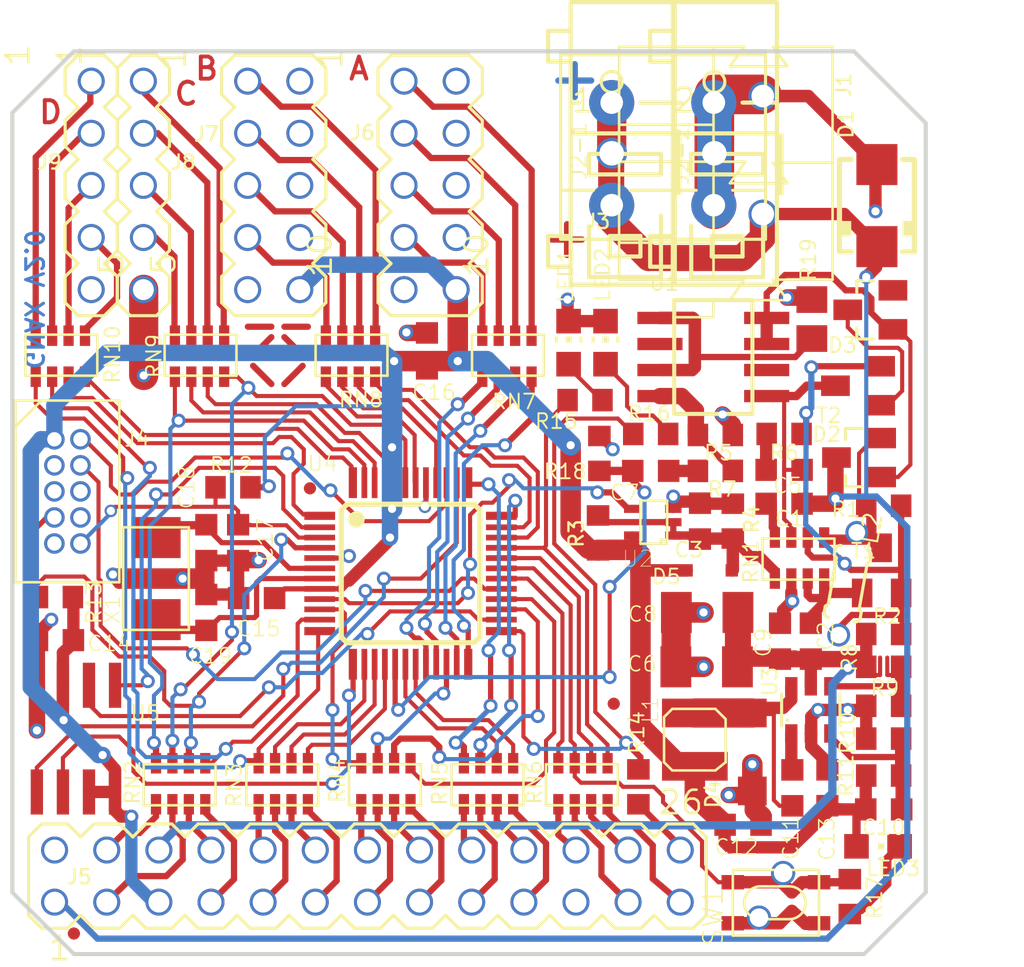
<source format=kicad_pcb>
(kicad_pcb (version 20221018) (generator pcbnew)
  (layers (0 "F.Cu" signal) (1 "In1.Cu" signal) (2 "In2.Cu" signal) (31 "B.Cu" signal) (34 "B.Paste" user) (35 "F.Paste" user) (36 "B.SilkS" user "B.Silkscreen") (37 "F.SilkS" user "F.Silkscreen") (38 "B.Mask" user) (39 "F.Mask" user) (44 "Edge.Cuts" user))
  (net 0 "")
  (net 1 "EIB_RX")
  (net 2 "N$2")
  (net 3 "EIB_TX")
  (net 4 "EIB+")
  (net 5 "EIB_DC")
  (net 6 "N$8")
  (net 7 "GND")
  (net 8 "N$14")
  (net 9 "VCC")
  (net 10 "LX")
  (net 11 "N$20")
  (net 12 "N$24")
  (net 13 "N$28")
  (net 14 "N$3")
  (net 15 "N$4")
  (net 16 "RESET")
  (net 17 "SWCLK")
  (net 18 "SWDIO")
  (net 19 "SCL")
  (net 20 "SDA")
  (net 21 "TXD")
  (net 22 "RXD")
  (net 23 "FLASH_MOSI")
  (net 24 "FLASH_MISO")
  (net 25 "FLASH_SCK")
  (net 26 "FLASH_SSEL")
  (net 27 "N$32")
  (net 28 "N$33")
  (net 29 "N$34")
  (net 30 "N$35")
  (net 31 "N$1")
  (net 32 "N$6")
  (net 33 "N$7")
  (net 34 "N$12")
  (net 35 "N$15")
  (net 36 "N$39")
  (net 37 "N$38")
  (net 38 "N$41")
  (net 39 "N$42")
  (net 40 "N$43")
  (net 41 "N$44")
  (net 42 "N$45")
  (net 43 "N$47")
  (net 44 "N$48")
  (net 45 "N$49")
  (net 46 "N$50")
  (net 47 "IOD1/XIO7")
  (net 48 "XIO9")
  (net 49 "IOD0/XIO10")
  (net 50 "N$58")
  (net 51 "N$59")
  (net 52 "N$60")
  (net 53 "N$61")
  (net 54 "N$63")
  (net 55 "N$64")
  (net 56 "N$65")
  (net 57 "N$66")
  (net 58 "N$67")
  (net 59 "N$68")
  (net 60 "N$69")
  (net 61 "XIO19")
  (net 62 "XIO20")
  (net 63 "XIO22")
  (net 64 "SPI_MOSI")
  (net 65 "SPI_MISO")
  (net 66 "SPI_SCK")
  (net 67 "SPI_SSEL")
  (net 68 "XIO23")
  (net 69 "XIO25")
  (net 70 "XIO26")
  (net 71 "XIO24")
  (net 72 "IOA0")
  (net 73 "IOA1")
  (net 74 "IOA2")
  (net 75 "IOA3")
  (net 76 "IOB0")
  (net 77 "IOB1")
  (net 78 "IOB2")
  (net 79 "IOB3")
  (net 80 "IOC0/XIO4")
  (net 81 "IOC1")
  (net 82 "IOC2")
  (net 83 "IOC3/PWM")
  (net 84 "IOD3")
  (net 85 "IOD2")
  (net 86 "XIO8/ISP_EN")
  (net 87 "N$9")
  (net 88 "N$37")
  (net 89 "DUMMY1")
  (net 90 "DUMMY")
  (net 91 "N$19")
  (net 92 "N$5")
  (net 93 "N$10")
  (net 94 "N$11")
  (net 95 "N$13")
  (net 96 "N$16")
  (net 97 "N$17")
  (net 98 "N$22")
  (net 99 "N$23")
  (net 100 "N$29")
  (net 101 "N$30")
  (net 102 "N$31")
  (net 103 "N$36")
  (net 104 "FX")
  (net 105 "N$46")
  (net 106 "N$25")
  (footprint "gnax2:C0603K" (layer "F.Cu") (at 157.3511 103.4536 180)
    (fp_text reference "C7")
    (fp_text value "100n/50V")
  )
  (footprint "gnax2:0204_5" (layer "F.Cu") (at 166.9511 108.9536 -100)
    (fp_text reference "L2")
    (fp_text value "150mH")
  )
  (footprint "gnax2:KNX2" (layer "F.Cu") (at 162.8111 88.4336 90)
    (fp_text reference "J1")
    (fp_text value "")
  )
  (footprint "gnax2:C0603K" (layer "F.Cu") (at 165.1511 111.7536 90)
    (fp_text reference "C2")
    (fp_text value "100n/50V")
  )
  (footprint "gnax2:R0603" (layer "F.Cu") (at 168.7011 113.0036)
    (fp_text reference "R8")
    (fp_text value "390k")
  )
  (footprint "gnax2:1206_8" (layer "F.Cu") (at 165.8011 106.5036 -90)
    (fp_text reference "RN1")
    (fp_text value "30k")
  )
  (footprint "gnax2:CHIP-LED0805" (layer "F.Cu") (at 155.1511 97.2036)
    (fp_text reference "LED2")
    (fp_text value "")
  )
  (footprint "gnax2:C0603K" (layer "F.Cu") (at 135.7011 110.3536 -90)
    (fp_text reference "C19")
    (fp_text value "18p")
  )
  (footprint "gnax2:R0805" (layer "F.Cu") (at 165.2011 96.0536 90)
    (fp_text reference "R19")
    (fp_text value "2R2")
  )
  (footprint "gnax2:CHIP-LED0805" (layer "F.Cu") (at 168.4261 121.7536 -90)
    (fp_text reference "LED3")
    (fp_text value "")
  )
  (footprint "gnax2:1206_8" (layer "F.Cu") (at 135.6511 117.5036 -90)
    (fp_text reference "RN2")
    (fp_text value "")
  )
  (footprint "gnax2:C0603K" (layer "F.Cu") (at 163.6511 111.7536 -90)
    (fp_text reference "C9")
    (fp_text value "100n/50V")
  )
  (footprint "gnax2:C1206K" (layer "F.Cu") (at 160.1011 110.3536 180)
    (fp_text reference "C8")
    (fp_text value "10u/35V")
  )
  (footprint "gnax2:SOT23-6" (layer "F.Cu") (at 165.1511 115.1036)
    (fp_text reference "U3")
    (fp_text value "BD9G101G")
  )
  (footprint "gnax2:SC88A" (layer "F.Cu") (at 158.4511 106.6036 90)
    (fp_text reference "U2")
    (fp_text value "SN74AUP1T32")
  )
  (footprint "gnax2:C0603K" (layer "F.Cu") (at 146.4511 97.6036 -90)
    (fp_text reference "C16")
    (fp_text value "100n/50V")
  )
  (footprint "gnax2:R0603" (layer "F.Cu") (at 128.3511 109.6036)
    (fp_text reference "R13")
    (fp_text value "100k")
  )
  (footprint "gnax2:1206_8" (layer "F.Cu") (at 127.3911 99.0636 90)
    (fp_text reference "RN10")
    (fp_text value "1k")
  )
  (footprint "gnax2:R0603" (layer "F.Cu") (at 168.7011 114.9036 180)
    (fp_text reference "R9")
    (fp_text value "47k")
  )
  (footprint "gnax2:MA05-2" (layer "F.Cu") (at 138.9861 89.5386 -90)
    (fp_text reference "J7")
    (fp_text value "")
  )
  (footprint "gnax2:236-4XX" (layer "F.Cu") (at 160.4261 88.0036)
    (fp_text reference "J2-2")
    (fp_text value "")
  )
  (footprint "gnax2:R0603" (layer "F.Cu") (at 160.5011 101.7036)
    (fp_text reference "R5")
    (fp_text value "470k")
  )
  (footprint "gnax2:R0603" (layer "F.Cu") (at 167.0511 124.2036 -90)
    (fp_text reference "R17")
    (fp_text value "4k7")
  )
  (footprint "gnax2:BAYCOM_LOGO" (layer "F.Cu") (at 139.2511 98.0036 180)
    (fp_text reference "U$1" hide)
    (fp_text value "" hide)
  )
  (footprint "gnax2:SMA" (layer "F.Cu") (at 168.3711 90.5236 90)
    (fp_text reference "D1")
    (fp_text value "SMAJ40C")
  )
  (footprint "gnax2:SOD323-R" (layer "F.Cu") (at 160.2011 108.3036)
    (fp_text reference "D5")
    (fp_text value "1N4148WX-TP")
  )
  (footprint "gnax2:MA05-2" (layer "F.Cu") (at 146.6061 89.5386 -90)
    (fp_text reference "J6")
    (fp_text value "")
  )
  (footprint "gnax2:1206_8" (layer "F.Cu") (at 155.2511 117.5036 -90)
    (fp_text reference "RN6")
    (fp_text value "")
  )
  (footprint "gnax2:W237-102" (layer "F.Cu") (at 157.9511 86.7036)
    (fp_text reference "J3")
    (fp_text value "")
  )
  (footprint "gnax2:236-4XX" (layer "F.Cu") (at 155.4511 88.0036)
    (fp_text reference "J2-1")
    (fp_text value "")
  )
  (footprint "gnax2:1206_8" (layer "F.Cu") (at 150.6511 117.5036 -90)
    (fp_text reference "RN5")
    (fp_text value "")
  )
  (footprint "gnax2:R0603" (layer "F.Cu") (at 154.1511 100.0036 180)
    (fp_text reference "R15")
    (fp_text value "4k7")
  )
  (footprint "gnax2:C0603K" (layer "F.Cu") (at 165.9586 118.8986 -90)
    (fp_text reference "C13")
    (fp_text value "10u/6V3")
  )
  (footprint "gnax2:C0603K" (layer "F.Cu") (at 161.8511 120.7036 180)
    (fp_text reference "C12")
    (fp_text value "100n/50V")
  )
  (footprint "gnax2:MA05-1" (layer "F.Cu") (at 132.6361 89.5386 -90)
    (fp_text reference "J8")
    (fp_text value "")
  )
  (footprint "gnax2:R0603" (layer "F.Cu") (at 154.7861 106.47685 -90)
    (fp_text reference "R3")
    (fp_text value "220k")
  )
  (footprint "gnax2:SOT23" (layer "F.Cu") (at 167.5011 102.8036 90)
    (fp_text reference "D2")
    (fp_text value "BAS40-06")
  )
  (footprint "gnax2:SOT23-BEC" (layer "F.Cu") (at 167.4511 99.3036 90)
    (fp_text reference "T2")
    (fp_text value "BC807-40")
  )
  (footprint "gnax2:SO08" (layer "F.Cu") (at 129.3511 116.5036 180)
    (fp_text reference "U5")
    (fp_text value "M25P10")
  )
  (footprint "gnax2:SWITCH_PTS810" (layer "F.Cu") (at 163.4511 124.5036)
    (fp_text reference "SW1")
    (fp_text value "" hide)
  )
  (footprint "gnax2:R0603" (layer "F.Cu") (at 168.7011 105.1536)
    (fp_text reference "R1")
    (fp_text value "1k")
  )
  (footprint "gnax2:R0603" (layer "F.Cu") (at 156.7511 118.8536 90)
    (fp_text reference "R14")
    (fp_text value "")
  )
  (footprint "gnax2:R0603" (layer "F.Cu") (at 168.7011 116.5036)
    (fp_text reference "R10")
    (fp_text value "680")
  )
  (footprint "gnax2:R0603" (layer "F.Cu") (at 154.8511 102.6036 90)
    (fp_text reference "R18")
    (fp_text value "22k")
  )
  (footprint "gnax2:SOD123" (layer "F.Cu") (at 162.3011 117.1536 -90)
    (fp_text reference "D4")
    (fp_text value "CDBM140" hide)
  )
  (footprint "gnax2:FIDUCIAL0.6-1.2" (layer "F.Cu") (at 129.2511 126.0036)
    (fp_text reference "X9" hide)
    (fp_text value "FIDUCIAL_0.6-1.2MM" hide)
  )
  (footprint "gnax2:1206_8" (layer "F.Cu") (at 149.1461 99.0636 90)
    (fp_text reference "RN7")
    (fp_text value "1k")
  )
  (footprint "gnax2:C0603K" (layer "F.Cu") (at 163.8511 105.0536 180)
    (fp_text reference "C1")
    (fp_text value "10n")
  )
  (footprint "gnax2:FIDUCIAL0.6-1.2" (layer "F.Cu") (at 140.7511 104.3036)
    (fp_text reference "X3" hide)
    (fp_text value "FIDUCIAL_0.6-1.2MM" hide)
  )
  (footprint "gnax2:R0603" (layer "F.Cu") (at 161.3511 105.9036 -90)
    (fp_text reference "R4")
    (fp_text value "120k")
  )
  (footprint "gnax2:SOT23" (layer "F.Cu") (at 168.6011 108.3036)
    (fp_text reference "T1")
    (fp_text value "BC547C")
  )
  (footprint "gnax2:CHIP-LED0805" (layer "F.Cu") (at 153.3511 97.2036)
    (fp_text reference "LED1")
    (fp_text value "")
  )
  (footprint "gnax2:SOP8" (layer "F.Cu") (at 160.4011 97.9036 -90)
    (fp_text reference "U1")
    (fp_text value "DMHC4035LSD")
  )
  (footprint "gnax2:R0603" (layer "F.Cu") (at 168.7011 118.3036 180)
    (fp_text reference "R11")
    (fp_text value "2k4")
  )
  (footprint "gnax2:C0603K" (layer "F.Cu") (at 168.7011 119.9536 180)
    (fp_text reference "C10")
    (fp_text value "270n")
  )
  (footprint "gnax2:L_ELL3" (layer "F.Cu") (at 159.5011 116.5536 -90)
    (fp_text reference "L1")
    (fp_text value "10u" hide)
  )
  (footprint "gnax2:C0603K" (layer "F.Cu") (at 137.2511 106.9536 90)
    (fp_text reference "C17")
    (fp_text value "10n")
  )
  (footprint "gnax2:SOT313-2" (layer "F.Cu") (at 145.6511 108.4536 -90)
    (fp_text reference "U4")
    (fp_text value "LPC1115FBD48/303")
  )
  (footprint "gnax2:1206_8" (layer "F.Cu") (at 140.6511 117.5036 -90)
    (fp_text reference "RN3")
    (fp_text value "")
  )
  (footprint "gnax2:MA05-1" (layer "F.Cu") (at 130.0961 89.5386 -90)
    (fp_text reference "J9")
    (fp_text value "")
  )
  (footprint "gnax2:C0603K" (layer "F.Cu") (at 163.8511 103.4036 180)
    (fp_text reference "C5")
    (fp_text value "22n")
  )
  (footprint "gnax2:R0603" (layer "F.Cu") (at 160.5011 103.4536)
    (fp_text reference "R7")
    (fp_text value "2k4")
  )
  (footprint "gnax2:R0603" (layer "F.Cu") (at 157.3511 101.6536 180)
    (fp_text reference "R16")
    (fp_text value "4k7")
  )
  (footprint "gnax2:MA13-2" (layer "F.Cu") (at 143.5511 123.2036)
    (fp_text reference "J5")
    (fp_text value "")
  )
  (footprint "gnax2:C0603K" (layer "F.Cu") (at 138.1511 109.6536)
    (fp_text reference "C15")
    (fp_text value "100n/50V")
  )
  (footprint "gnax2:C0603K" (layer "F.Cu") (at 164.2511 118.9036 90)
    (fp_text reference "C11")
    (fp_text value "22n")
  )
  (footprint "gnax2:C0603K" (layer "F.Cu") (at 159.7511 105.9036 -90)
    (fp_text reference "C3")
    (fp_text value "330p")
  )
  (footprint "gnax2:C0603K" (layer "F.Cu") (at 135.7011 106.9536 90)
    (fp_text reference "C18")
    (fp_text value "18p")
  )
  (footprint "gnax2:SOT23" (layer "F.Cu") (at 168.0511 95.6036 90)
    (fp_text reference "D3")
    (fp_text value "6V8")
  )
  (footprint "gnax2:FIDUCIAL0.6-1.2" (layer "F.Cu") (at 155.5511 114.8036)
    (fp_text reference "X8" hide)
    (fp_text value "FIDUCIAL_0.6-1.2MM" hide)
  )
  (footprint "gnax2:R0603" (layer "F.Cu") (at 137.0011 104.2536)
    (fp_text reference "R12")
    (fp_text value "100k")
  )
  (footprint "gnax2:1206_8" (layer "F.Cu") (at 141.5261 99.0636 90)
    (fp_text reference "RN8")
    (fp_text value "1k")
  )
  (footprint "gnax2:CON2X5_127-THT" (layer "F.Cu") (at 128.3011 104.4536 -90)
    (fp_text reference "J4")
    (fp_text value "CON_10-1.27THT" hide)
  )
  (footprint "gnax2:C1206K" (layer "F.Cu") (at 160.0761 113.0036 180)
    (fp_text reference "C6")
    (fp_text value "10u/35V")
  )
  (footprint "gnax2:1206_8" (layer "F.Cu") (at 145.6511 117.5036 -90)
    (fp_text reference "RN4")
    (fp_text value "")
  )
  (footprint "gnax2:R0603" (layer "F.Cu") (at 163.8511 101.6536 180)
    (fp_text reference "R6")
    (fp_text value "330")
  )
  (footprint "gnax2:XTAL_5X3.2" (layer "F.Cu") (at 133.2511 108.7036 90)
    (fp_text reference "X1")
    (fp_text value "12MHz" hide)
  )
  (footprint "gnax2:C0603K" (layer "F.Cu") (at 128.3511 111.7036)
    (fp_text reference "C14")
    (fp_text value "100n/50V")
  )
  (footprint "gnax2:R0603" (layer "F.Cu") (at 168.7011 111.4036 180)
    (fp_text reference "R2")
    (fp_text value "100")
  )
  (footprint "gnax2:1206_8" (layer "F.Cu") (at 134.1711 99.0636 90)
    (fp_text reference "RN9")
    (fp_text value "1k")
  )
  (gr_line (start 129.2511 127.0036) (end 167.7511 127.0036) (stroke (width 0.2)) (layer "Edge.Cuts"))
  (gr_line (start 167.7511 127.0036) (end 170.7511 124.0036) (stroke (width 0.2)) (layer "Edge.Cuts"))
  (gr_line (start 126.2511 86.0036) (end 126.2511 124.0036) (stroke (width 0.2)) (layer "Edge.Cuts"))
  (gr_line (start 167.2511 83.0036) (end 170.7511 86.5036) (stroke (width 0.2)) (layer "Edge.Cuts"))
  (gr_line (start 126.2511 86.0036) (end 129.2511 83.0036) (stroke (width 0.2)) (layer "Edge.Cuts"))
  (gr_line (start 167.2511 83.0036) (end 129.2511 83.0036) (stroke (width 0.2)) (layer "Edge.Cuts"))
  (gr_line (start 170.7511 124.0036) (end 170.7511 86.5036) (stroke (width 0.2)) (layer "Edge.Cuts"))
  (gr_line (start 129.2511 127.0036) (end 126.2511 124.0036) (stroke (width 0.2)) (layer "Edge.Cuts"))
  (gr_text "C" (at 134.0511 85.7036) (layer "F.Cu") (effects (font (size 1.0795 1.0795) (thickness 0.1905)) (justify left bottom)))
  (gr_text "B" (at 135.0511 84.4786) (layer "F.Cu") (effects (font (size 1.0795 1.0795) (thickness 0.1905)) (justify left bottom)))
  (gr_text "A" (at 142.5511 84.4786) (layer "F.Cu") (effects (font (size 1.0795 1.0795) (thickness 0.1905)) (justify left bottom)))
  (gr_text "D" (at 127.4511 86.6036) (layer "F.Cu") (effects (font (size 1.0795 1.0795) (thickness 0.1905)) (justify left bottom)))
  (gr_text "GNAX V2.0" (at 127.8011 91.6036 -90) (layer "B.Cu") (effects (font (size 0.8636 0.8636) (thickness 0.1524)) (justify right top mirror)))
  (segment (start 149.1511 105.0036) (end 149.6511 105.0036) (width 0.2) (layer "F.Cu") (net 1))
  (segment (start 147.9511 109.9036) (end 148.4511 109.4036) (width 0.2) (layer "F.Cu") (net 1))
  (segment (start 148.5511 108.0036) (end 148.5511 105.6036) (width 0.2) (layer "F.Cu") (net 1))
  (segment (start 142.6511 109.9036) (end 147.9511 109.9036) (width 0.2) (layer "F.Cu") (net 1))
  (segment (start 148.5511 105.6036) (end 149.1511 105.0036) (width 0.2) (layer "F.Cu") (net 1))
  (segment (start 142.4511 109.7036) (end 142.6511 109.9036) (width 0.2) (layer "F.Cu") (net 1))
  (segment (start 141.2261 109.7036) (end 142.4511 109.7036) (width 0.2) (layer "F.Cu") (net 1))
  (segment (start 154.7511 104.5036) (end 155.4511 104.5036) (width 0.3048) (layer "F.Cu") (net 1))
  (segment (start 156.2511 105.3036) (end 156.4511 105.3036) (width 0.3048) (layer "F.Cu") (net 1))
  (segment (start 150.4511 104.2036) (end 150.4511 103.9036) (width 0.2) (layer "F.Cu") (net 1))
  (segment (start 149.6511 105.0036) (end 150.4511 104.2036) (width 0.2) (layer "F.Cu") (net 1))
  (segment (start 155.4511 104.5036) (end 156.2511 105.3036) (width 0.3048) (layer "F.Cu") (net 1))
  (via (at 148.5511 108.0036) (size 0.68) (drill 0.4) (layers "F.Cu" "B.Cu") (net 1))
  (via (at 154.7511 104.5036) (size 0.68) (drill 0.4) (layers "F.Cu" "B.Cu") (net 1))
  (via (at 148.4511 109.4036) (size 0.68) (drill 0.4) (layers "F.Cu" "B.Cu") (net 1))
  (via (at 150.4511 103.9036) (size 0.68) (drill 0.4) (layers "F.Cu" "B.Cu") (net 1))
  (segment (start 150.7511 103.9036) (end 151.1511 104.3036) (width 0.2) (layer "B.Cu") (net 1))
  (segment (start 148.4511 108.2036) (end 148.5511 108.0036) (width 0.2) (layer "B.Cu") (net 1))
  (segment (start 154.7011 104.5036) (end 154.7511 104.5036) (width 0.2) (layer "B.Cu") (net 1))
  (segment (start 150.4511 103.9036) (end 150.7511 103.9036) (width 0.2) (layer "B.Cu") (net 1))
  (segment (start 151.1511 104.3036) (end 154.5011 104.3036) (width 0.2) (layer "B.Cu") (net 1))
  (segment (start 154.5011 104.3036) (end 154.7011 104.5036) (width 0.2) (layer "B.Cu") (net 1))
  (segment (start 148.4511 109.4036) (end 148.4511 108.2036) (width 0.2) (layer "B.Cu") (net 1))
  (segment (start 163.4011 106.3036) (end 163.3011 106.2036) (width 0.4064) (layer "F.Cu") (net 2))
  (segment (start 163.3011 105.0536) (end 162.9761 105.0536) (width 0.2) (layer "F.Cu") (net 2))
  (segment (start 163.4011 106.7036) (end 163.4011 106.3036) (width 0.4064) (layer "F.Cu") (net 2))
  (segment (start 163.3011 106.2036) (end 163.3011 105.0536) (width 0.4064) (layer "F.Cu") (net 2))
  (segment (start 156.2511 103.4286) (end 156.4761 103.4536) (width 0.2) (layer "F.Cu") (net 3))
  (segment (start 157.0511 104.5036) (end 156.2511 103.7036) (width 0.3048) (layer "F.Cu") (net 3))
  (segment (start 144.9011 114.9536) (end 145.0511 115.1036) (width 0.254) (layer "F.Cu") (net 3))
  (segment (start 155.3511 113.5036) (end 155.3511 109.1036) (width 0.2) (layer "F.Cu") (net 3))
  (segment (start 144.9011 112.8786) (end 144.9011 114.9536) (width 0.254) (layer "F.Cu") (net 3))
  (segment (start 156.2511 103.7036) (end 156.2511 103.4286) (width 0.3048) (layer "F.Cu") (net 3))
  (segment (start 154.8511 103.4536) (end 156.4761 103.4536) (width 0.4064) (layer "F.Cu") (net 3))
  (via (at 155.3511 109.1036) (size 0.68) (drill 0.4) (layers "F.Cu" "B.Cu") (net 3))
  (via (at 155.3511 113.5036) (size 0.68) (drill 0.4) (layers "F.Cu" "B.Cu") (net 3))
  (via (at 157.0511 104.5036) (size 0.68) (drill 0.4) (layers "F.Cu" "B.Cu") (net 3))
  (via (at 145.0511 115.1036) (size 0.68) (drill 0.4) (layers "F.Cu" "B.Cu") (net 3))
  (segment (start 155.3511 109.1036) (end 157.0511 107.4036) (width 0.2) (layer "B.Cu") (net 3))
  (segment (start 157.0511 107.4036) (end 157.0511 104.5036) (width 0.2) (layer "B.Cu") (net 3))
  (segment (start 146.5511 113.5036) (end 155.3511 113.5036) (width 0.2) (layer "B.Cu") (net 3))
  (segment (start 145.0511 115.1036) (end 146.5511 113.5036) (width 0.2) (layer "B.Cu") (net 3))
  (segment (start 155.4261 87.9986) (end 155.4511 87.9736) (width 1.27) (layer "F.Cu") (net 4))
  (segment (start 155.4511 90.5036) (end 155.4511 90.7286) (width 1.27) (layer "F.Cu") (net 4))
  (segment (start 164.7261 105.0536) (end 166.3011 105.0536) (width 0.8) (layer "F.Cu") (net 4))
  (segment (start 166.3511 102.8536) (end 166.4011 102.8036) (width 0.2) (layer "F.Cu") (net 4))
  (segment (start 157.2511 93.0786) (end 155.4011 91.2286) (width 1.27) (layer "F.Cu") (net 4))
  (segment (start 155.4511 85.5036) (end 155.4511 87.9736) (width 1.4224) (layer "F.Cu") (net 4))
  (segment (start 161.8011 93.0786) (end 157.2511 93.0786) (width 1.27) (layer "F.Cu") (net 4))
  (segment (start 166.3011 105.0536) (end 166.3511 104.8036) (width 0.6) (layer "F.Cu") (net 4))
  (segment (start 162.8111 90.9336) (end 162.8111 92.0686) (width 1.27) (layer "F.Cu") (net 4))
  (segment (start 166.3511 104.8036) (end 166.3511 102.8536) (width 0.8) (layer "F.Cu") (net 4))
  (segment (start 166.4011 102.8036) (end 166.4011 103.0286) (width 0.2) (layer "F.Cu") (net 4))
  (segment (start 162.8111 90.9336) (end 166.7811 90.9336) (width 0.6) (layer "F.Cu") (net 4))
  (segment (start 168.3311 93.5236) (end 167.8511 94.0036) (width 0.6096) (layer "F.Cu") (net 4))
  (segment (start 155.4011 91.2286) (end 155.4261 90.7036) (width 1.27) (layer "F.Cu") (net 4))
  (segment (start 155.4261 90.7036) (end 155.4261 87.9986) (width 1.27) (layer "F.Cu") (net 4))
  (segment (start 155.4511 90.7286) (end 155.4261 90.7036) (width 1.27) (layer "F.Cu") (net 4))
  (segment (start 168.3711 92.5236) (end 168.3311 93.5236) (width 0.3048) (layer "F.Cu") (net 4))
  (segment (start 162.8111 92.0686) (end 161.8011 93.0786) (width 1.27) (layer "F.Cu") (net 4))
  (segment (start 166.7811 90.9336) (end 168.3711 92.5236) (width 0.6) (layer "F.Cu") (net 4))
  (via (at 167.8511 94.0036) (size 0.68) (drill 0.4) (layers "F.Cu" "B.Cu") (net 4))
  (via (at 166.3511 104.8036) (size 0.68) (drill 0.4) (layers "F.Cu" "B.Cu") (net 4))
  (segment (start 167.8511 104.7036) (end 166.4511 104.7036) (width 0.3048) (layer "B.Cu") (net 4))
  (segment (start 166.4511 104.7036) (end 166.3511 104.8036) (width 0.2) (layer "B.Cu") (net 4))
  (segment (start 130.4011 126.2536) (end 165.9511 126.2536) (width 0.3048) (layer "B.Cu") (net 4))
  (segment (start 128.3111 124.4736) (end 128.7111 124.5636) (width 0.3048) (layer "B.Cu") (net 4))
  (segment (start 165.9511 126.2536) (end 169.8511 122.3036) (width 0.3048) (layer "B.Cu") (net 4))
  (segment (start 169.8511 122.3036) (end 169.8511 106.2036) (width 0.3048) (layer "B.Cu") (net 4))
  (segment (start 168.3511 104.7036) (end 167.8511 104.7036) (width 0.3048) (layer "B.Cu") (net 4))
  (segment (start 128.7111 124.5636) (end 130.4011 126.2536) (width 0.3048) (layer "B.Cu") (net 4))
  (segment (start 167.8511 94.0036) (end 167.8511 104.7036) (width 0.2) (layer "B.Cu") (net 4))
  (segment (start 169.8511 106.2036) (end 168.3511 104.7036) (width 0.3048) (layer "B.Cu") (net 4))
  (segment (start 161.6011 112.4536) (end 161.7511 112.6036) (width 0.8) (layer "F.Cu") (net 5))
  (segment (start 166.9511 113.0536) (end 167.6511 112.6286) (width 0.2) (layer "F.Cu") (net 5))
  (segment (start 167.6261 112.7786) (end 167.8511 112.6536) (width 0.4064) (layer "F.Cu") (net 5))
  (segment (start 165.221725 112.699225) (end 165.1511 112.6286) (width 0.4064) (layer "F.Cu") (net 5))
  (segment (start 165.1511 112.6286) (end 167.6511 112.6286) (width 0.8) (layer "F.Cu") (net 5))
  (segment (start 161.7511 112.6036) (end 164.3761 112.6036) (width 0.8) (layer "F.Cu") (net 5))
  (segment (start 165.1511 113.9536) (end 165.1511 112.76985) (width 0.6) (layer "F.Cu") (net 5))
  (segment (start 165.1511 112.76985) (end 165.221725 112.699225) (width 0.6) (layer "F.Cu") (net 5))
  (segment (start 164.4011 112.6036) (end 164.3761 112.6036) (width 0.8) (layer "F.Cu") (net 5))
  (segment (start 167.8511 113.0036) (end 167.8511 112.6536) (width 0.2) (layer "F.Cu") (net 5))
  (segment (start 167.6511 112.6286) (end 167.6261 112.7786) (width 0.8) (layer "F.Cu") (net 5))
  (segment (start 161.5761 113.0036) (end 161.6011 112.4536) (width 0.6) (layer "F.Cu") (net 5))
  (segment (start 168.5261 113.4036) (end 168.5261 112.5536) (width 0.2) (layer "F.Cu") (net 5))
  (segment (start 168.2511 113.4036) (end 168.5261 113.4036) (width 0.2) (layer "F.Cu") (net 5))
  (segment (start 164.3761 112.6036) (end 163.6511 112.6286) (width 0.6) (layer "F.Cu") (net 5))
  (segment (start 165.1511 112.6286) (end 163.6511 112.6286) (width 0.8) (layer "F.Cu") (net 5))
  (segment (start 167.8511 112.6536) (end 167.8511 111.4036) (width 0.6) (layer "F.Cu") (net 5))
  (segment (start 161.6011 112.4536) (end 161.6011 110.3536) (width 1.27) (layer "F.Cu") (net 5))
  (segment (start 167.8511 113.0036) (end 168.2511 113.4036) (width 0.2) (layer "F.Cu") (net 5))
  (via (at 166.9511 113.0536) (size 0.68) (drill 0.4) (layers "F.Cu" "B.Cu") (net 5))
  (segment (start 164.6261 120.7286) (end 166.2011 119.1536) (width 0.4064) (layer "B.Cu") (net 5))
  (segment (start 166.2011 113.8536) (end 166.9511 113.0536) (width 0.4064) (layer "B.Cu") (net 5))
  (segment (start 134.4011 120.7286) (end 164.6261 120.7286) (width 0.4064) (layer "B.Cu") (net 5))
  (segment (start 133.3911 121.9336) (end 133.1911 121.9436) (width 0.2) (layer "B.Cu") (net 5))
  (segment (start 133.1911 121.9436) (end 134.4011 120.7286) (width 0.4064) (layer "B.Cu") (net 5))
  (segment (start 166.2011 119.1536) (end 166.2011 113.8536) (width 0.4064) (layer "B.Cu") (net 5))
  (segment (start 168.1011 106.8036) (end 168.1011 106.5536) (width 0.2) (layer "F.Cu") (net 6))
  (segment (start 167.5011 102.6036) (end 167.5011 105.0036) (width 0.2) (layer "F.Cu") (net 6))
  (segment (start 168.1011 106.5536) (end 167.393575 106.4536) (width 0.2) (layer "F.Cu") (net 6))
  (segment (start 168.0511 106.7536) (end 168.1011 106.5536) (width 0.5) (layer "F.Cu") (net 6))
  (segment (start 168.1011 105.5536) (end 167.8511 105.1536) (width 0.2) (layer "F.Cu") (net 6))
  (segment (start 167.5011 105.0036) (end 167.8511 105.1536) (width 0.2) (layer "F.Cu") (net 6))
  (segment (start 168.6011 101.8536) (end 168.2511 101.8536) (width 0.2) (layer "F.Cu") (net 6))
  (segment (start 165.8011 106.8036) (end 168.1011 106.8036) (width 0.5) (layer "F.Cu") (net 6))
  (segment (start 168.5511 107.3536) (end 168.0511 106.7536) (width 0.5) (layer "F.Cu") (net 6))
  (segment (start 167.393575 106.4536) (end 167.392165 106.452191) (width 0.2) (layer "F.Cu") (net 6))
  (segment (start 168.1011 106.5536) (end 168.1011 105.5536) (width 0.5) (layer "F.Cu") (net 6))
  (segment (start 165.8011 106.7036) (end 165.8011 106.8036) (width 0.5) (layer "F.Cu") (net 6))
  (segment (start 168.2511 101.8536) (end 167.5011 102.6036) (width 0.2) (layer "F.Cu") (net 6))
  (segment (start 168.6011 107.2036) (end 168.5511 107.3536) (width 0.2) (layer "F.Cu") (net 6))
  (segment (start 138.2511 107.8036) (end 137.2761 107.8036) (width 0.8) (layer "F.Cu") (net 7))
  (segment (start 135.7011 107.8286) (end 137.2511 107.8286) (width 0.6) (layer "F.Cu") (net 7))
  (segment (start 163.8011 110.2536) (end 164.2511 109.8036) (width 0.6) (layer "F.Cu") (net 7))
  (segment (start 160.4511 85.1036) (end 160.4511 87.9736) (width 1.9304) (layer "F.Cu") (net 7))
  (segment (start 135.7011 109.4786) (end 135.7011 108.6036) (width 0.8) (layer "F.Cu") (net 7))
  (segment (start 162.7511 85.1036) (end 160.4511 85.1036) (width 1.9304) (layer "F.Cu") (net 7))
  (segment (start 127.4761 111.7036) (end 127.4761 111.5786) (width 0.3048) (layer "F.Cu") (net 7))
  (segment (start 158.4511 105.3036) (end 158.4511 104.9536) (width 0.4064) (layer "F.Cu") (net 7))
  (segment (start 134.4511 108.5036) (end 134.5511 108.7036) (width 0.6) (layer "F.Cu") (net 7))
  (segment (start 165.9511 117.6536) (end 165.9511 118.0661) (width 0.2) (layer "F.Cu") (net 7))
  (segment (start 132.6511 98.8036) (end 132.6511 94.6036) (width 1.4224) (layer "F.Cu") (net 7))
  (segment (start 168.3011 90.8036) (end 168.3011 88.5936) (width 0.6) (layer "F.Cu") (net 7))
  (segment (start 135.7011 108.6036) (end 135.7011 107.8286) (width 0.8) (layer "F.Cu") (net 7))
  (segment (start 135.7011 109.4786) (end 137.1011 109.4786) (width 0.6) (layer "F.Cu") (net 7))
  (segment (start 165.171725 116.274225) (end 165.1511 116.2536) (width 0.6) (layer "F.Cu") (net 7))
  (segment (start 141.2261 107.7036) (end 142.5511 107.7036) (width 0.254) (layer "F.Cu") (net 7))
  (segment (start 165.5511 125.5036) (end 164.9011 125.5286) (width 0.6096) (layer "F.Cu") (net 7))
  (segment (start 162.7511 125.5036) (end 161.3511 125.5036) (width 0.6096) (layer "F.Cu") (net 7))
  (segment (start 158.6011 110.3536) (end 159.9261 110.3536) (width 1) (layer "F.Cu") (net 7))
  (segment (start 162.7511 120.3036) (end 162.4261 119.9786) (width 1) (layer "F.Cu") (net 7))
  (segment (start 163.8011 110.8786) (end 163.8011 110.8036) (width 0.2) (layer "F.Cu") (net 7))
  (segment (start 167.7511 115.1036) (end 167.8511 114.9036) (width 0.4064) (layer "F.Cu") (net 7))
  (segment (start 153.3011 95.1036) (end 153.3011 96.3036) (width 0.6) (layer "F.Cu") (net 7))
  (segment (start 127.4461 113.9036) (end 127.4461 112.0336) (width 0.8) (layer "F.Cu") (net 7))
  (segment (start 158.5761 113.0036) (end 158.6011 110.3536) (width 1.4224) (layer "F.Cu") (net 7))
  (segment (start 165.171725 116.232975) (end 165.1511 116.2536) (width 0.6) (layer "F.Cu") (net 7))
  (segment (start 153.3011 96.3036) (end 153.3511 96.1536) (width 0.6) (layer "F.Cu") (net 7))
  (segment (start 165.9511 118.0661) (end 165.9586 118.0236) (width 0.2) (layer "F.Cu") (net 7))
  (segment (start 162.7261 120.7036) (end 162.7511 120.3036) (width 1) (layer "F.Cu") (net 7))
  (segment (start 161.3511 101.2036) (end 160.8511 100.7036) (width 0.8) (layer "F.Cu") (net 7))
  (segment (start 168.3011 88.5936) (end 168.3711 88.5236) (width 0.3048) (layer "F.Cu") (net 7))
  (segment (start 164.9011 125.5286) (end 164.2261 124.9036) (width 0.6096) (layer "F.Cu") (net 7))
  (segment (start 146.4011 105.1536) (end 146.3511 105.2036) (width 0.2) (layer "F.Cu") (net 7))
  (segment (start 165.171725 115.432975) (end 165.171725 116.232975) (width 0.6) (layer "F.Cu") (net 7))
  (segment (start 127.4511 116.1036) (end 127.4511 114.0036) (width 0.8) (layer "F.Cu") (net 7))
  (segment (start 162.3261 119.0786) (end 162.3011 119.0536) (width 1) (layer "F.Cu") (net 7))
  (segment (start 162.7761 125.0786) (end 162.7511 125.5036) (width 0.4064) (layer "F.Cu") (net 7))
  (segment (start 134.5511 108.7036) (end 134.5511 108.6036) (width 0.8) (layer "F.Cu") (net 7))
  (segment (start 137.2761 107.8036) (end 137.2511 107.8286) (width 0.2) (layer "F.Cu") (net 7))
  (segment (start 131.4511 108.9036) (end 135.3511 108.9036) (width 0.6) (layer "F.Cu") (net 7))
  (segment (start 127.4511 111.4036) (end 128.1511 110.7036) (width 0.6) (layer "F.Cu") (net 7))
  (segment (start 158.5761 113.0036) (end 159.9261 113.0036) (width 1) (layer "F.Cu") (net 7))
  (segment (start 165.2011 95.0036) (end 165.2011 95.1036) (width 0.8128) (layer "F.Cu") (net 7))
  (segment (start 137.2511 107.8036) (end 137.2511 109.7036) (width 0.6) (layer "F.Cu") (net 7))
  (segment (start 160.4511 87.9736) (end 160.4511 88.0036) (width 1.9304) (layer "F.Cu") (net 7))
  (segment (start 159.7761 105.0536) (end 159.7511 105.0286) (width 0.4064) (layer "F.Cu") (net 7))
  (segment (start 163.8011 110.8786) (end 163.6511 110.8786) (width 0.2) (layer "F.Cu") (net 7))
  (segment (start 131.1511 108.5036) (end 131.4511 108.9036) (width 0.6) (layer "F.Cu") (net 7))
  (segment (start 164.2011 109.7536) (end 164.2511 109.8036) (width 0.6) (layer "F.Cu") (net 7))
  (segment (start 165.171725 116.886725) (end 165.171725 116.274225) (width 0.6) (layer "F.Cu") (net 7))
  (segment (start 163.8011 110.8036) (end 163.8011 110.2536) (width 0.6) (layer "F.Cu") (net 7))
  (segment (start 165.0311 85.1836) (end 162.8111 85.1836) (width 0.6096) (layer "F.Cu") (net 7))
  (segment (start 160.4511 90.7036) (end 160.4511 87.9736) (width 1.9304) (layer "F.Cu") (net 7))
  (segment (start 127.4511 111.6036) (end 127.4511 111.4036) (width 0.6) (layer "F.Cu") (net 7))
  (segment (start 164.0011 95.0036) (end 165.2011 95.0036) (width 0.8128) (layer "F.Cu") (net 7))
  (segment (start 162.3011 119.0536) (end 162.3011 117.7536) (width 1) (layer "F.Cu") (net 7))
  (segment (start 138.2511 107.8036) (end 137.2511 107.8036) (width 0.6) (layer "F.Cu") (net 7))
  (segment (start 161.3511 101.7036) (end 161.3511 101.2036) (width 0.8) (layer "F.Cu") (net 7))
  (segment (start 134.5511 108.6036) (end 135.7011 108.6036) (width 0.8) (layer "F.Cu") (net 7))
  (segment (start 165.171725 116.274225) (end 165.171725 116.232975) (width 0.6) (layer "F.Cu") (net 7))
  (segment (start 155.1511 96.1536) (end 153.3511 96.1536) (width 0.6) (layer "F.Cu") (net 7))
  (segment (start 164.2011 108.7036) (end 164.2011 109.3536) (width 0.4064) (layer "F.Cu") (net 7))
  (segment (start 146.4011 104.0286) (end 146.4011 105.1536) (width 0.254) (layer "F.Cu") (net 7))
  (segment (start 165.5011 115.1036) (end 167.7511 115.1036) (width 0.6) (layer "F.Cu") (net 7))
  (segment (start 163.6261 125.5036) (end 162.7511 125.5036) (width 0.6096) (layer "F.Cu") (net 7))
  (segment (start 164.2261 124.9036) (end 163.6261 125.5036) (width 0.6096) (layer "F.Cu") (net 7))
  (segment (start 155.5011 102.4036) (end 154.8511 101.7536) (width 0.4064) (layer "F.Cu") (net 7))
  (segment (start 146.4511 96.7286) (end 145.4761 96.7286) (width 0.8) (layer "F.Cu") (net 7))
  (segment (start 161.1511 119.2536) (end 162.3511 119.2536) (width 0.8) (layer "F.Cu") (net 7))
  (segment (start 127.4461 112.0336) (end 127.4761 111.7036) (width 0.6) (layer "F.Cu") (net 7))
  (segment (start 137.1011 109.4786) (end 137.2761 109.6536) (width 0.2) (layer "F.Cu") (net 7))
  (segment (start 165.171725 115.432975) (end 165.5011 115.1036) (width 0.6) (layer "F.Cu") (net 7))
  (segment (start 127.4761 111.5786) (end 127.4511 111.6036) (width 0.6) (layer "F.Cu") (net 7))
  (segment (start 167.8511 116.5036) (end 167.8511 114.9036) (width 0.6) (layer "F.Cu") (net 7))
  (segment (start 131.1511 108.5036) (end 134.4511 108.5036) (width 0.6) (layer "F.Cu") (net 7))
  (segment (start 164.2011 109.3536) (end 164.2011 109.7536) (width 0.6) (layer "F.Cu") (net 7))
  (segment (start 158.4511 104.9536) (end 158.4511 104.7036) (width 0.4064) (layer "F.Cu") (net 7))
  (segment (start 165.0311 85.1836) (end 168.3711 88.5236) (width 0.6) (layer "F.Cu") (net 7))
  (segment (start 142.5511 107.7036) (end 142.6511 107.6036) (width 0.254) (layer "F.Cu") (net 7))
  (segment (start 165.171725 116.886725) (end 165.9511 117.6536) (width 0.6) (layer "F.Cu") (net 7))
  (segment (start 162.6261 125.2286) (end 162.7761 125.0786) (width 0.4064) (layer "F.Cu") (net 7))
  (segment (start 158.4511 104.9536) (end 159.6761 104.9536) (width 0.6) (layer "F.Cu") (net 7))
  (segment (start 161.3511 105.0536) (end 159.7761 105.0536) (width 0.6) (layer "F.Cu") (net 7))
  (segment (start 159.6761 104.9536) (end 159.7511 105.0286) (width 0.6) (layer "F.Cu") (net 7))
  (segment (start 162.4261 119.9786) (end 162.4261 119.1786) (width 1) (layer "F.Cu") (net 7))
  (segment (start 162.4261 119.1786) (end 162.3011 119.0536) (width 1) (layer "F.Cu") (net 7))
  (segment (start 145.4761 96.7286) (end 145.4511 96.7036) (width 0.2) (layer "F.Cu") (net 7))
  (via (at 134.5511 108.7036) (size 0.68) (drill 0.4) (layers "F.Cu" "B.Cu") (net 7))
  (via (at 127.4511 116.1036) (size 0.68) (drill 0.4) (layers "F.Cu" "B.Cu") (net 7))
  (via (at 161.1511 119.2536) (size 0.68) (drill 0.4) (layers "F.Cu" "B.Cu") (net 7))
  (via (at 138.2511 107.8036) (size 0.68) (drill 0.4) (layers "F.Cu" "B.Cu") (net 7))
  (via (at 132.6511 98.8036) (size 0.68) (drill 0.4) (layers "F.Cu" "B.Cu") (net 7))
  (via (at 162.3011 117.7536) (size 0.68) (drill 0.4) (layers "F.Cu" "B.Cu") (net 7))
  (via (at 164.0011 95.0036) (size 0.68) (drill 0.4) (layers "F.Cu" "B.Cu") (net 7))
  (via (at 153.3011 95.1036) (size 0.68) (drill 0.4) (layers "F.Cu" "B.Cu") (net 7))
  (via (at 145.4511 96.7036) (size 0.68) (drill 0.4) (layers "F.Cu" "B.Cu") (net 7))
  (via (at 159.9261 113.0036) (size 0.68) (drill 0.4) (layers "F.Cu" "B.Cu") (net 7))
  (via (at 168.3011 90.8036) (size 0.68) (drill 0.4) (layers "F.Cu" "B.Cu") (net 7))
  (via (at 162.6261 125.2286) (size 1.18) (drill 0.9) (layers "F.Cu" "B.Cu") (net 7))
  (via (at 155.5011 102.4036) (size 0.68) (drill 0.4) (layers "F.Cu" "B.Cu") (net 7))
  (via (at 142.6511 107.6036) (size 0.68) (drill 0.4) (layers "F.Cu" "B.Cu") (net 7))
  (via (at 159.9261 110.3536) (size 0.68) (drill 0.4) (layers "F.Cu" "B.Cu") (net 7))
  (via (at 160.8511 100.7036) (size 0.68) (drill 0.4) (layers "F.Cu" "B.Cu") (net 7))
  (via (at 165.5011 115.1036) (size 0.68) (drill 0.4) (layers "F.Cu" "B.Cu") (net 7))
  (via (at 128.1511 110.7036) (size 0.68) (drill 0.4) (layers "F.Cu" "B.Cu") (net 7))
  (via (at 164.2511 109.8036) (size 0.68) (drill 0.4) (layers "F.Cu" "B.Cu") (net 7))
  (via (at 146.3511 105.2036) (size 0.6096) (drill 0.4) (layers "F.Cu" "B.Cu") (net 7))
  (via (at 166.9511 115.1036) (size 0.68) (drill 0.4) (layers "F.Cu" "B.Cu") (net 7))
  (via (at 158.4511 104.7036) (size 0.68) (drill 0.4) (layers "F.Cu" "B.Cu") (net 7))
  (via (at 131.1511 108.5036) (size 0.68) (drill 0.4) (layers "F.Cu" "B.Cu") (net 7))
  (segment (start 160.4511 85.7036) (end 160.4511 90.5786) (width 1.6764) (layer "B.Cu") (net 7))
  (segment (start 159.7511 106.7786) (end 159.4261 106.7786) (width 0.4064) (layer "F.Cu") (net 8))
  (segment (start 159.4261 106.7786) (end 159.2511 106.6036) (width 0.4064) (layer "F.Cu") (net 8))
  (segment (start 161.3511 106.7536) (end 159.7761 106.7536) (width 0.6) (layer "F.Cu") (net 8))
  (segment (start 158.4511 105.9536) (end 158.4511 106.6036) (width 0.3048) (layer "F.Cu") (net 8))
  (segment (start 163.4011 108.7036) (end 163.4511 108.3036) (width 0.3048) (layer "F.Cu") (net 8))
  (segment (start 162.6511 107.6036) (end 162.2011 107.6036) (width 0.5) (layer "F.Cu") (net 8))
  (segment (start 161.3011 108.3036) (end 161.3511 108.2786) (width 0.6096) (layer "F.Cu") (net 8))
  (segment (start 159.2511 106.6036) (end 158.4511 106.6036) (width 0.4064) (layer "F.Cu") (net 8))
  (segment (start 163.4011 108.3536) (end 162.6511 107.6036) (width 0.5) (layer "F.Cu") (net 8))
  (segment (start 159.7761 106.7536) (end 159.7511 106.7786) (width 0.4064) (layer "F.Cu") (net 8))
  (segment (start 154.91285 105.9536) (end 154.7861 105.62685) (width 0.3048) (layer "F.Cu") (net 8))
  (segment (start 161.3511 108.2786) (end 161.3511 106.7536) (width 0.6096) (layer "F.Cu") (net 8))
  (segment (start 162.2011 107.6036) (end 161.3511 106.7536) (width 0.5) (layer "F.Cu") (net 8))
  (segment (start 163.4011 108.7036) (end 163.4011 108.3536) (width 0.5) (layer "F.Cu") (net 8))
  (segment (start 158.4511 105.9536) (end 154.91285 105.9536) (width 0.3048) (layer "F.Cu") (net 8))
  (segment (start 144.9011 104.9536) (end 144.7511 105.3036) (width 0.254) (layer "F.Cu") (net 9))
  (segment (start 156.77435 107.52685) (end 156.8511 107.5536) (width 1) (layer "F.Cu") (net 9))
  (segment (start 146.4511 98.4786) (end 146.9761 98.4786) (width 0.2) (layer "F.Cu") (net 9))
  (segment (start 130.6511 117.3036) (end 131.2511 118.0036) (width 0.6) (layer "F.Cu") (net 9))
  (segment (start 154.7761 107.3036) (end 156.6761 107.30185) (width 1) (layer "F.Cu") (net 9))
  (segment (start 144.9011 102.4536) (end 144.7511 102.3036) (width 0.254) (layer "F.Cu") (net 9))
  (segment (start 159.5011 117.8536) (end 159.5011 119.3286) (width 1) (layer "F.Cu") (net 9))
  (segment (start 128.7161 112.3136) (end 129.0511 112.0036) (width 0.6) (layer "F.Cu") (net 9))
  (segment (start 161.2011 121.8036) (end 160.9511 121.5536) (width 0.6) (layer "F.Cu") (net 9))
  (segment (start 131.2511 119.1086) (end 131.2561 119.1036) (width 0.254) (layer "F.Cu") (net 9))
  (segment (start 129.1261 111.9286) (end 129.2261 111.7036) (width 0.4064) (layer "F.Cu") (net 9))
  (segment (start 147.9511 94.7936) (end 147.8761 94.6186) (width 1) (layer "F.Cu") (net 9))
  (segment (start 141.2261 109.2036) (end 139.5261 109.2036) (width 0.254) (layer "F.Cu") (net 9))
  (segment (start 154.7861 107.32685) (end 154.32435 107.25185) (width 0.8) (layer "F.Cu") (net 9))
  (segment (start 144.6511 106.8036) (end 142.6511 108.8036) (width 0.6) (layer "F.Cu") (net 9))
  (segment (start 165.9586 120.0961) (end 164.2011 121.8036) (width 0.6) (layer "F.Cu") (net 9))
  (segment (start 128.7161 113.9036) (end 128.7161 112.3136) (width 0.6) (layer "F.Cu") (net 9))
  (segment (start 156.8511 107.5536) (end 156.8511 108.3036) (width 1) (layer "F.Cu") (net 9))
  (segment (start 159.4511 118.0036) (end 159.5011 117.8536) (width 1) (layer "F.Cu") (net 9))
  (segment (start 131.5511 120.3036) (end 131.2511 120.0036) (width 0.6) (layer "F.Cu") (net 9))
  (segment (start 167.3761 121.7536) (end 167.3761 119.9661) (width 0.4064) (layer "F.Cu") (net 9))
  (segment (start 156.8511 108.3036) (end 156.8511 115.9036) (width 1) (layer "F.Cu") (net 9))
  (segment (start 164.2011 121.8036) (end 161.2011 121.8036) (width 0.6) (layer "F.Cu") (net 9))
  (segment (start 154.32435 107.25185) (end 153.4511 106.4036) (width 1) (layer "F.Cu") (net 9))
  (segment (start 156.6761 107.30185) (end 156.77435 107.52685) (width 1) (layer "F.Cu") (net 9))
  (segment (start 128.7161 115.5386) (end 128.7511 115.6036) (width 0.6) (layer "F.Cu") (net 9))
  (segment (start 153.4511 106.4036) (end 153.4511 102.2036) (width 1) (layer "F.Cu") (net 9))
  (segment (start 156.4511 106.6036) (end 156.6761 107.30185) (width 0.4064) (layer "F.Cu") (net 9))
  (segment (start 132.0511 120.3036) (end 131.5511 120.3036) (width 0.6) (layer "F.Cu") (net 9))
  (segment (start 139.5261 109.2036) (end 139.0261 109.6536) (width 0.254) (layer "F.Cu") (net 9))
  (segment (start 160.9511 121.5536) (end 160.9511 120.8786) (width 0.6) (layer "F.Cu") (net 9))
  (segment (start 156.8511 115.9036) (end 158.9511 118.0036) (width 1) (layer "F.Cu") (net 9))
  (segment (start 167.8261 118.3286) (end 167.8511 118.3036) (width 0.2) (layer "F.Cu") (net 9))
  (segment (start 129.2261 109.6286) (end 129.2011 109.6036) (width 0.2) (layer "F.Cu") (net 9))
  (segment (start 144.9011 104.0286) (end 144.9011 102.4536) (width 0.254) (layer "F.Cu") (net 9))
  (segment (start 128.7161 113.9036) (end 128.7161 115.5386) (width 0.6) (layer "F.Cu") (net 9))
  (segment (start 129.0511 112.0036) (end 129.1261 111.9286) (width 0.4064) (layer "F.Cu") (net 9))
  (segment (start 146.5511 98.1036) (end 147.9511 98.1036) (width 1) (layer "F.Cu") (net 9))
  (segment (start 137.8511 104.2536) (end 138.5011 104.2536) (width 0.3048) (layer "F.Cu") (net 9))
  (segment (start 144.8511 98.1036) (end 146.3761 98.1036) (width 1) (layer "F.Cu") (net 9))
  (segment (start 144.9011 104.0286) (end 144.9011 104.9536) (width 0.254) (layer "F.Cu") (net 9))
  (segment (start 167.8261 119.9536) (end 165.9886 119.9536) (width 0.6) (layer "F.Cu") (net 9))
  (segment (start 154.7761 107.32685) (end 154.7761 107.3036) (width 1) (layer "F.Cu") (net 9))
  (segment (start 158.9511 118.0036) (end 159.4511 118.0036) (width 1) (layer "F.Cu") (net 9))
  (segment (start 144.7511 102.3036) (end 144.8511 102.4036) (width 0.2) (layer "F.Cu") (net 9))
  (segment (start 142.6511 108.8036) (end 142.2511 109.2036) (width 0.4064) (layer "F.Cu") (net 9))
  (segment (start 138.5011 104.2536) (end 138.7511 104.2036) (width 0.2) (layer "F.Cu") (net 9))
  (segment (start 146.9761 98.4786) (end 146.5511 98.1036) (width 0.2) (layer "F.Cu") (net 9))
  (segment (start 165.9586 119.7736) (end 165.9586 120.0961) (width 0.6) (layer "F.Cu") (net 9))
  (segment (start 129.2261 111.7036) (end 129.2261 109.6286) (width 0.6) (layer "F.Cu") (net 9))
  (segment (start 147.9511 98.1036) (end 147.9511 94.7936) (width 1) (layer "F.Cu") (net 9))
  (segment (start 159.5011 119.3286) (end 160.9761 120.7036) (width 1) (layer "F.Cu") (net 9))
  (segment (start 144.6511 106.7036) (end 144.6511 106.8036) (width 0.2) (layer "F.Cu") (net 9))
  (segment (start 146.3761 98.1036) (end 146.4511 98.4786) (width 0.2) (layer "F.Cu") (net 9))
  (segment (start 129.9861 119.1036) (end 131.2561 119.1036) (width 0.6) (layer "F.Cu") (net 9))
  (segment (start 131.2511 120.0036) (end 131.2511 119.1086) (width 0.254) (layer "F.Cu") (net 9))
  (segment (start 154.7861 107.32685) (end 154.7761 107.32685) (width 1) (layer "F.Cu") (net 9))
  (segment (start 142.2511 109.2036) (end 141.2261 109.2036) (width 0.254) (layer "F.Cu") (net 9))
  (segment (start 167.3761 119.9661) (end 165.9586 119.7736) (width 0.4064) (layer "F.Cu") (net 9))
  (segment (start 131.2511 118.0036) (end 131.2511 120.0036) (width 0.6) (layer "F.Cu") (net 9))
  (segment (start 165.9886 119.9536) (end 165.9586 119.7736) (width 0.2) (layer "F.Cu") (net 9))
  (segment (start 167.8261 119.9536) (end 167.8261 118.3286) (width 0.6) (layer "F.Cu") (net 9))
  (segment (start 159.1011 108.3036) (end 156.8511 108.3036) (width 0.6096) (layer "F.Cu") (net 9))
  (via (at 144.7511 102.3036) (size 0.68) (drill 0.4) (layers "F.Cu" "B.Cu") (net 9))
  (via (at 144.7511 105.3036) (size 0.68) (drill 0.4) (layers "F.Cu" "B.Cu") (net 9))
  (via (at 138.7511 104.2036) (size 0.68) (drill 0.4) (layers "F.Cu" "B.Cu") (net 9))
  (via (at 144.8511 98.1036) (size 0.6096) (drill 0.4) (layers "F.Cu" "B.Cu") (net 9))
  (via (at 147.9511 98.1036) (size 0.6096) (drill 0.4) (layers "F.Cu" "B.Cu") (net 9))
  (via (at 153.4511 102.2036) (size 0.68) (drill 0.4) (layers "F.Cu" "B.Cu") (net 9))
  (via (at 132.0511 120.3036) (size 0.68) (drill 0.4) (layers "F.Cu" "B.Cu") (net 9))
  (via (at 130.6511 117.3036) (size 0.6096) (drill 0.4) (layers "F.Cu" "B.Cu") (net 9))
  (via (at 128.7511 115.6036) (size 0.6096) (drill 0.4) (layers "F.Cu" "B.Cu") (net 9))
  (via (at 144.6511 106.7036) (size 0.68) (drill 0.4) (layers "F.Cu" "B.Cu") (net 9))
  (segment (start 144.7511 102.3036) (end 144.7511 105.3036) (width 1) (layer "B.Cu") (net 9))
  (segment (start 138.5511 101.8036) (end 140.0511 100.3036) (width 0.2) (layer "B.Cu") (net 9))
  (segment (start 138.5511 103.9036) (end 138.5511 101.8036) (width 0.2) (layer "B.Cu") (net 9))
  (segment (start 141.4511 93.4036) (end 146.6611 93.4036) (width 0.8) (layer "B.Cu") (net 9))
  (segment (start 146.6611 93.4036) (end 147.8761 94.6186) (width 0.8) (layer "B.Cu") (net 9))
  (segment (start 127.6411 101.9136) (end 127.1511 102.5036) (width 0.8) (layer "B.Cu") (net 9))
  (segment (start 133.3911 124.4736) (end 133.1911 124.5436) (width 0.2) (layer "B.Cu") (net 9))
  (segment (start 140.0511 100.3036) (end 144.7511 100.3036) (width 0.2) (layer "B.Cu") (net 9))
  (segment (start 144.7511 100.3036) (end 144.7511 102.3036) (width 1) (layer "B.Cu") (net 9))
  (segment (start 133.1911 124.5436) (end 132.0511 123.4036) (width 0.6) (layer "B.Cu") (net 9))
  (segment (start 128.3011 101.9136) (end 127.6411 101.9136) (width 0.8) (layer "B.Cu") (net 9))
  (segment (start 147.9511 98.1036) (end 149.3511 98.1036) (width 1) (layer "B.Cu") (net 9))
  (segment (start 130.6511 117.3036) (end 130.4511 117.3036) (width 0.8) (layer "B.Cu") (net 9))
  (segment (start 144.3511 97.7036) (end 130.8511 97.7036) (width 0.8) (layer "B.Cu") (net 9))
  (segment (start 144.8511 98.1036) (end 144.3511 97.7036) (width 0.8) (layer "B.Cu") (net 9))
  (segment (start 144.7511 98.3036) (end 144.8511 98.1036) (width 0.8) (layer "B.Cu") (net 9))
  (segment (start 127.1511 102.5036) (end 127.1511 114.0036) (width 0.8) (layer "B.Cu") (net 9))
  (segment (start 138.7511 104.2036) (end 138.7511 104.1036) (width 0.2) (layer "B.Cu") (net 9))
  (segment (start 144.7511 100.3036) (end 144.7511 98.3036) (width 1) (layer "B.Cu") (net 9))
  (segment (start 153.4511 102.2036) (end 149.3511 98.1036) (width 1) (layer "B.Cu") (net 9))
  (segment (start 144.7511 105.3036) (end 144.6511 105.4036) (width 0.8) (layer "B.Cu") (net 9))
  (segment (start 140.2361 94.6186) (end 141.4511 93.4036) (width 0.8) (layer "B.Cu") (net 9))
  (segment (start 130.4511 117.3036) (end 128.7511 115.6036) (width 0.8) (layer "B.Cu") (net 9))
  (segment (start 130.8511 97.7036) (end 128.3011 100.2536) (width 0.8) (layer "B.Cu") (net 9))
  (segment (start 140.2561 94.6186) (end 140.2361 94.6186) (width 0.8) (layer "B.Cu") (net 9))
  (segment (start 144.6511 105.4036) (end 144.6511 106.7036) (width 0.8) (layer "B.Cu") (net 9))
  (segment (start 127.1511 114.0036) (end 128.7511 115.6036) (width 0.8) (layer "B.Cu") (net 9))
  (segment (start 128.3011 100.2536) (end 128.3011 101.9136) (width 0.8) (layer "B.Cu") (net 9))
  (segment (start 138.7511 104.1036) (end 138.5511 103.9036) (width 0.2) (layer "B.Cu") (net 9))
  (segment (start 132.0511 123.4036) (end 132.0511 120.3036) (width 0.6) (layer "B.Cu") (net 9))
  (segment (start 164.2011 113.9536) (end 164.2011 114.6036) (width 0.6) (layer "F.Cu") (net 10))
  (segment (start 163.0511 115.0036) (end 162.5511 115.3036) (width 0.6) (layer "F.Cu") (net 10))
  (segment (start 163.6261 119.7786) (end 163.3511 119.5036) (width 0.2) (layer "F.Cu") (net 10))
  (segment (start 162.5511 115.3036) (end 162.3511 115.3036) (width 0.2) (layer "F.Cu") (net 10))
  (segment (start 159.5011 115.2536) (end 162.3011 115.2536) (width 1.4224) (layer "F.Cu") (net 10))
  (segment (start 163.8011 115.0036) (end 163.0511 115.0036) (width 0.6) (layer "F.Cu") (net 10))
  (segment (start 163.3511 119.5036) (end 163.3511 115.3036) (width 0.2) (layer "F.Cu") (net 10))
  (segment (start 164.2011 114.6036) (end 163.8011 115.0036) (width 0.6) (layer "F.Cu") (net 10))
  (segment (start 162.3511 115.3036) (end 162.3011 115.2536) (width 0.2) (layer "F.Cu") (net 10))
  (segment (start 163.3511 115.3036) (end 162.5511 115.3036) (width 0.2) (layer "F.Cu") (net 10))
  (segment (start 164.2511 119.7786) (end 163.6261 119.7786) (width 0.2) (layer "F.Cu") (net 10))
  (segment (start 169.4011 113.3036) (end 169.3011 113.4036) (width 0.2) (layer "F.Cu") (net 11))
  (segment (start 169.5511 113.0036) (end 169.4011 113.0036) (width 0.2) (layer "F.Cu") (net 11))
  (segment (start 168.8761 113.4036) (end 168.8761 112.5536) (width 0.2) (layer "F.Cu") (net 11))
  (segment (start 169.5511 113.0036) (end 169.5511 113.9536) (width 0.6) (layer "F.Cu") (net 11))
  (segment (start 169.5511 113.9536) (end 169.5511 114.9036) (width 0.6) (layer "F.Cu") (net 11))
  (segment (start 166.3511 113.9536) (end 169.5511 113.9536) (width 0.3048) (layer "F.Cu") (net 11))
  (segment (start 166.1011 113.9536) (end 166.11235 113.9536) (width 0.3048) (layer "F.Cu") (net 11))
  (segment (start 169.4011 113.0036) (end 169.4011 113.3036) (width 0.2) (layer "F.Cu") (net 11))
  (segment (start 169.6011 113.0036) (end 169.5511 113.0036) (width 0.254) (layer "F.Cu") (net 11))
  (segment (start 169.3011 113.4036) (end 168.8761 113.4036) (width 0.2) (layer "F.Cu") (net 11))
  (segment (start 166.181725 114.022975) (end 166.3511 113.9536) (width 0.2) (layer "F.Cu") (net 11))
  (segment (start 166.11235 113.9536) (end 166.181725 114.022975) (width 0.3048) (layer "F.Cu") (net 11))
  (segment (start 167.1011 117.4036) (end 169.5511 117.4036) (width 0.3048) (layer "F.Cu") (net 12))
  (segment (start 169.5511 117.4036) (end 169.5511 118.3036) (width 0.6) (layer "F.Cu") (net 12))
  (segment (start 169.5511 118.3036) (end 169.5761 118.3286) (width 0.2) (layer "F.Cu") (net 12))
  (segment (start 169.5511 116.5036) (end 169.5511 117.4036) (width 0.6) (layer "F.Cu") (net 12))
  (segment (start 166.1011 116.2536) (end 166.1011 116.4036) (width 0.3048) (layer "F.Cu") (net 12))
  (segment (start 166.1011 116.4036) (end 167.1011 117.4036) (width 0.3048) (layer "F.Cu") (net 12))
  (segment (start 169.5761 118.3286) (end 169.5761 119.9536) (width 0.6) (layer "F.Cu") (net 12))
  (segment (start 165.8011 109.8786) (end 165.2011 110.5036) (width 0.5) (layer "F.Cu") (net 13))
  (segment (start 165.8011 109.6036) (end 165.8011 108.7036) (width 0.4064) (layer "F.Cu") (net 13))
  (segment (start 165.0011 109.5036) (end 165.1511 109.6536) (width 0.4064) (layer "F.Cu") (net 13))
  (segment (start 165.8011 109.4536) (end 165.8011 109.8786) (width 0.5) (layer "F.Cu") (net 13))
  (segment (start 165.7511 109.6536) (end 165.8011 109.6036) (width 0.4064) (layer "F.Cu") (net 13))
  (segment (start 165.1511 109.6536) (end 165.7511 109.6536) (width 0.4064) (layer "F.Cu") (net 13))
  (segment (start 165.0011 108.7036) (end 165.0011 109.5036) (width 0.4064) (layer "F.Cu") (net 13))
  (segment (start 165.1511 110.5536) (end 165.1511 110.8786) (width 0.5) (layer "F.Cu") (net 13))
  (segment (start 165.8511 109.4036) (end 165.8011 109.4536) (width 0.5) (layer "F.Cu") (net 13))
  (segment (start 165.2011 110.5036) (end 165.1511 110.5536) (width 0.5) (layer "F.Cu") (net 13))
  (segment (start 167.6511 109.4036) (end 165.8511 109.4036) (width 0.5) (layer "F.Cu") (net 13))
  (segment (start 165.8011 108.7036) (end 165.8011 109.4536) (width 0.5) (layer "F.Cu") (net 13))
  (segment (start 138.1511 110.5036) (end 138.1511 108.9036) (width 0.254) (layer "F.Cu") (net 14))
  (segment (start 136.2511 110.7036) (end 136.3511 110.6036) (width 0.254) (layer "F.Cu") (net 14))
  (segment (start 135.7011 111.2286) (end 136.2511 110.7036) (width 0.254) (layer "F.Cu") (net 14))
  (segment (start 133.2511 110.7036) (end 133.6761 111.2036) (width 0.254) (layer "F.Cu") (net 14))
  (segment (start 135.5511 111.2036) (end 135.5761 111.2286) (width 0.254) (layer "F.Cu") (net 14))
  (segment (start 133.6761 111.2036) (end 135.5511 111.2036) (width 0.4064) (layer "F.Cu") (net 14))
  (segment (start 136.3511 110.6036) (end 138.0511 110.6036) (width 0.254) (layer "F.Cu") (net 14))
  (segment (start 135.5761 111.2286) (end 135.7011 111.2286) (width 0.254) (layer "F.Cu") (net 14))
  (segment (start 138.1511 108.9036) (end 138.3511 108.7036) (width 0.254) (layer "F.Cu") (net 14))
  (segment (start 138.0511 110.6036) (end 138.1511 110.5036) (width 0.254) (layer "F.Cu") (net 14))
  (segment (start 138.3511 108.7036) (end 141.2261 108.7036) (width 0.254) (layer "F.Cu") (net 14))
  (segment (start 135.6761 106.0786) (end 135.7011 106.0786) (width 0.2) (layer "F.Cu") (net 15))
  (segment (start 141.2261 108.2036) (end 139.7511 108.2036) (width 0.254) (layer "F.Cu") (net 15))
  (segment (start 135.6511 106.1036) (end 135.6761 106.0786) (width 0.2) (layer "F.Cu") (net 15))
  (segment (start 136.4511 106.9536) (end 136.0511 106.5536) (width 0.254) (layer "F.Cu") (net 15))
  (segment (start 133.7761 106.1036) (end 135.6511 106.1036) (width 0.4064) (layer "F.Cu") (net 15))
  (segment (start 135.7511 106.1286) (end 135.7011 106.0786) (width 0.2) (layer "F.Cu") (net 15))
  (segment (start 133.2511 106.7036) (end 133.7761 106.1036) (width 0.2) (layer "F.Cu") (net 15))
  (segment (start 139.7511 108.2036) (end 138.5011 106.9536) (width 0.254) (layer "F.Cu") (net 15))
  (segment (start 138.5011 106.9536) (end 136.4511 106.9536) (width 0.254) (layer "F.Cu") (net 15))
  (segment (start 136.0511 106.5536) (end 135.7511 106.1286) (width 0.2) (layer "F.Cu") (net 15))
  (segment (start 131.2511 105.2036) (end 131.0511 105.4036) (width 0.2) (layer "F.Cu") (net 16))
  (segment (start 140.2011 106.7036) (end 141.2261 106.7036) (width 0.2) (layer "F.Cu") (net 16))
  (segment (start 137.2511 105.4036) (end 137.0511 105.2036) (width 0.2) (layer "F.Cu") (net 16))
  (segment (start 137.2511 106.0786) (end 137.2511 105.4036) (width 0.2) (layer "F.Cu") (net 16))
  (segment (start 137.0511 105.2036) (end 136.1511 105.2036) (width 0.2) (layer "F.Cu") (net 16))
  (segment (start 137.8261 106.0786) (end 137.8511 106.1036) (width 0.2) (layer "F.Cu") (net 16))
  (segment (start 137.8511 106.1036) (end 139.6011 106.1036) (width 0.2) (layer "F.Cu") (net 16))
  (segment (start 139.6011 106.1036) (end 140.2011 106.7036) (width 0.2) (layer "F.Cu") (net 16))
  (segment (start 137.2511 106.0786) (end 137.8261 106.0786) (width 0.2) (layer "F.Cu") (net 16))
  (segment (start 136.1511 104.2536) (end 136.1511 105.2036) (width 0.2) (layer "F.Cu") (net 16))
  (segment (start 136.1511 105.2036) (end 131.2511 105.2036) (width 0.2) (layer "F.Cu") (net 16))
  (via (at 131.0511 105.4036) (size 0.6096) (drill 0.4) (layers "F.Cu" "B.Cu") (net 16))
  (segment (start 131.0611 105.5036) (end 129.5711 106.9936) (width 0.2) (layer "B.Cu") (net 16))
  (segment (start 131.0511 105.4036) (end 131.0611 105.5036) (width 0.2) (layer "B.Cu") (net 16))
  (segment (start 147.5511 109.3036) (end 143.4511 109.3036) (width 0.2) (layer "F.Cu") (net 17))
  (segment (start 130.4511 104.0036) (end 130.4511 108.7036) (width 0.2) (layer "F.Cu") (net 17))
  (segment (start 131.6511 112.1036) (end 130.5511 111.0036) (width 0.2) (layer "F.Cu") (net 17))
  (segment (start 130.5511 111.0036) (end 130.5511 108.8036) (width 0.2) (layer "F.Cu") (net 17))
  (segment (start 148.1511 108.7036) (end 147.5511 109.3036) (width 0.2) (layer "F.Cu") (net 17))
  (segment (start 148.7511 108.7036) (end 148.1511 108.7036) (width 0.2) (layer "F.Cu") (net 17))
  (segment (start 134.7511 112.1036) (end 131.6511 112.1036) (width 0.2) (layer "F.Cu") (net 17))
  (segment (start 150.0761 109.2036) (end 149.2511 109.2036) (width 0.2) (layer "F.Cu") (net 17))
  (segment (start 129.5711 103.1836) (end 129.7311 103.2836) (width 0.2) (layer "F.Cu") (net 17))
  (segment (start 130.4511 108.7036) (end 130.5511 108.8036) (width 0.2) (layer "F.Cu") (net 17))
  (segment (start 129.7311 103.2836) (end 130.4511 104.0036) (width 0.2) (layer "F.Cu") (net 17))
  (segment (start 149.2511 109.2036) (end 148.7511 108.7036) (width 0.2) (layer "F.Cu") (net 17))
  (segment (start 135.0511 112.4036) (end 134.7511 112.1036) (width 0.2) (layer "F.Cu") (net 17))
  (via (at 143.4511 109.3036) (size 0.68) (drill 0.4) (layers "F.Cu" "B.Cu") (net 17))
  (via (at 135.0511 112.4036) (size 0.68) (drill 0.4) (layers "F.Cu" "B.Cu") (net 17))
  (segment (start 138.0511 113.6036) (end 136.2511 113.6036) (width 0.2) (layer "B.Cu") (net 17))
  (segment (start 136.2511 113.6036) (end 135.0511 112.4036) (width 0.2) (layer "B.Cu") (net 17))
  (segment (start 143.4511 109.3036) (end 143.4511 109.9036) (width 0.2) (layer "B.Cu") (net 17))
  (segment (start 139.3511 112.3036) (end 138.0511 113.6036) (width 0.2) (layer "B.Cu") (net 17))
  (segment (start 141.0511 112.3036) (end 139.3511 112.3036) (width 0.2) (layer "B.Cu") (net 17))
  (segment (start 143.4511 109.9036) (end 141.0511 112.3036) (width 0.2) (layer "B.Cu") (net 17))
  (segment (start 146.5511 105.9036) (end 143.2511 105.9036) (width 0.2) (layer "F.Cu") (net 18))
  (segment (start 129.4811 101.9036) (end 129.5711 101.9136) (width 0.2) (layer "F.Cu") (net 18))
  (segment (start 133.9761 103.9786) (end 132.8011 103.9786) (width 0.2) (layer "F.Cu") (net 18))
  (segment (start 143.2511 105.9036) (end 141.7511 104.4036) (width 0.2) (layer "F.Cu") (net 18))
  (segment (start 147.4011 104.0286) (end 147.4011 105.0536) (width 0.2) (layer "F.Cu") (net 18))
  (segment (start 131.4511 104.6036) (end 131.0511 104.2036) (width 0.2) (layer "F.Cu") (net 18))
  (segment (start 131.0511 104.2036) (end 131.0511 103.2036) (width 0.2) (layer "F.Cu") (net 18))
  (segment (start 147.4011 105.0536) (end 146.5511 105.9036) (width 0.2) (layer "F.Cu") (net 18))
  (segment (start 139.4511 102.8036) (end 135.1511 102.8036) (width 0.2) (layer "F.Cu") (net 18))
  (segment (start 129.7511 101.9036) (end 129.4811 101.9036) (width 0.2) (layer "F.Cu") (net 18))
  (segment (start 132.1761 104.6036) (end 131.4511 104.6036) (width 0.2) (layer "F.Cu") (net 18))
  (segment (start 131.0511 103.2036) (end 129.7511 101.9036) (width 0.2) (layer "F.Cu") (net 18))
  (segment (start 132.8011 103.9786) (end 132.1761 104.6036) (width 0.2) (layer "F.Cu") (net 18))
  (segment (start 139.6511 102.6036) (end 139.4511 102.8036) (width 0.2) (layer "F.Cu") (net 18))
  (segment (start 135.1511 102.8036) (end 133.9761 103.9786) (width 0.2) (layer "F.Cu") (net 18))
  (via (at 139.6511 102.6036) (size 0.68) (drill 0.4) (layers "F.Cu" "B.Cu") (net 18))
  (via (at 141.7511 104.4036) (size 0.68) (drill 0.4) (layers "F.Cu" "B.Cu") (net 18))
  (segment (start 141.4511 104.4036) (end 139.6511 102.6036) (width 0.2) (layer "B.Cu") (net 18))
  (segment (start 141.7511 104.4036) (end 141.4511 104.4036) (width 0.2) (layer "B.Cu") (net 18))
  (segment (start 142.4511 116.3036) (end 140.4511 116.3036) (width 0.2) (layer "F.Cu") (net 19))
  (segment (start 143.9011 112.8786) (end 143.9011 114.8536) (width 0.2) (layer "F.Cu") (net 19))
  (segment (start 143.9011 114.8536) (end 142.4511 116.3036) (width 0.2) (layer "F.Cu") (net 19))
  (segment (start 140.4511 116.3036) (end 139.8511 116.9036) (width 0.2) (layer "F.Cu") (net 19))
  (segment (start 139.8511 116.9036) (end 139.8511 117.7036) (width 0.2) (layer "F.Cu") (net 19))
  (segment (start 144.4011 112.8786) (end 144.4011 115.0536) (width 0.2) (layer "F.Cu") (net 20))
  (segment (start 140.6511 117.0036) (end 140.6511 117.7036) (width 0.2) (layer "F.Cu") (net 20))
  (segment (start 144.4011 115.0536) (end 142.6511 116.8036) (width 0.2) (layer "F.Cu") (net 20))
  (segment (start 142.6511 116.8036) (end 140.8511 116.8036) (width 0.2) (layer "F.Cu") (net 20))
  (segment (start 140.8511 116.8036) (end 140.6511 117.0036) (width 0.2) (layer "F.Cu") (net 20))
  (segment (start 150.7511 105.6686) (end 150.0761 105.6436) (width 0.2) (layer "F.Cu") (net 21))
  (segment (start 150.5511 114.9036) (end 150.5511 112.3036) (width 0.254) (layer "F.Cu") (net 21))
  (segment (start 150.7511 104.9036) (end 150.7511 105.6686) (width 0.254) (layer "F.Cu") (net 21))
  (segment (start 150.5511 112.3036) (end 150.4511 112.2036) (width 0.2) (layer "F.Cu") (net 21))
  (segment (start 149.0511 117.7036) (end 149.0511 116.8036) (width 0.3048) (layer "F.Cu") (net 21))
  (via (at 150.7511 104.9036) (size 0.68) (drill 0.4) (layers "F.Cu" "B.Cu") (net 21))
  (via (at 150.5511 114.9036) (size 0.68) (drill 0.4) (layers "F.Cu" "B.Cu") (net 21))
  (via (at 150.4511 112.2036) (size 0.68) (drill 0.4) (layers "F.Cu" "B.Cu") (net 21))
  (via (at 149.0511 116.8036) (size 0.68) (drill 0.4) (layers "F.Cu" "B.Cu") (net 21))
  (segment (start 149.0511 116.8036) (end 149.0511 116.7036) (width 0.2) (layer "B.Cu") (net 21))
  (segment (start 150.4511 105.2036) (end 150.7511 104.9036) (width 0.2) (layer "B.Cu") (net 21))
  (segment (start 150.5511 115.2036) (end 150.5511 114.9036) (width 0.2) (layer "B.Cu") (net 21))
  (segment (start 150.4511 112.2036) (end 150.4511 105.2036) (width 0.2) (layer "B.Cu") (net 21))
  (segment (start 149.0511 116.7036) (end 150.5511 115.2036) (width 0.254) (layer "B.Cu") (net 21))
  (segment (start 148.0511 116.7036) (end 147.8511 116.7036) (width 0.3048) (layer "F.Cu") (net 22))
  (segment (start 149.5511 114.9036) (end 149.5511 112.5036) (width 0.254) (layer "F.Cu") (net 22))
  (segment (start 148.5361 104.1036) (end 148.4611 104.0286) (width 0.2) (layer "F.Cu") (net 22))
  (segment (start 148.2511 116.9036) (end 148.0511 116.7036) (width 0.3048) (layer "F.Cu") (net 22))
  (segment (start 149.5511 112.5036) (end 149.4511 112.2036) (width 0.2) (layer "F.Cu") (net 22))
  (segment (start 148.2511 117.7036) (end 148.2511 116.9036) (width 0.3048) (layer "F.Cu") (net 22))
  (segment (start 149.4511 104.1036) (end 148.5361 104.1036) (width 0.254) (layer "F.Cu") (net 22))
  (via (at 149.5511 114.9036) (size 0.68) (drill 0.4) (layers "F.Cu" "B.Cu") (net 22))
  (via (at 149.4511 112.2036) (size 0.68) (drill 0.4) (layers "F.Cu" "B.Cu") (net 22))
  (via (at 147.8511 116.7036) (size 0.68) (drill 0.4) (layers "F.Cu" "B.Cu") (net 22))
  (via (at 149.4511 104.1036) (size 0.68) (drill 0.4) (layers "F.Cu" "B.Cu") (net 22))
  (segment (start 149.9511 104.6036) (end 149.4511 104.1036) (width 0.2) (layer "B.Cu") (net 22))
  (segment (start 149.4511 111.8036) (end 149.9511 111.3036) (width 0.2) (layer "B.Cu") (net 22))
  (segment (start 149.9511 111.3036) (end 149.9511 104.6036) (width 0.2) (layer "B.Cu") (net 22))
  (segment (start 147.8511 116.7036) (end 149.5511 115.0036) (width 0.254) (layer "B.Cu") (net 22))
  (segment (start 149.4511 112.2036) (end 149.4511 111.8036) (width 0.2) (layer "B.Cu") (net 22))
  (segment (start 149.5511 115.0036) (end 149.5511 114.9036) (width 0.2) (layer "B.Cu") (net 22))
  (segment (start 129.4511 115.9036) (end 137.9511 115.9036) (width 0.2) (layer "F.Cu") (net 23))
  (segment (start 127.4461 117.9086) (end 129.4511 115.9036) (width 0.2) (layer "F.Cu") (net 23))
  (segment (start 139.4511 114.4036) (end 139.4511 113.1036) (width 0.2) (layer "F.Cu") (net 23))
  (segment (start 137.9511 115.9036) (end 139.4511 114.4036) (width 0.2) (layer "F.Cu") (net 23))
  (segment (start 144.3511 108.7036) (end 146.1511 108.7036) (width 0.2) (layer "F.Cu") (net 23))
  (segment (start 147.9011 104.0286) (end 147.9011 106.9536) (width 0.2) (layer "F.Cu") (net 23))
  (segment (start 146.1511 108.7036) (end 147.9011 106.9536) (width 0.2) (layer "F.Cu") (net 23))
  (segment (start 127.4461 119.1036) (end 127.4461 117.9086) (width 0.2) (layer "F.Cu") (net 23))
  (via (at 139.4511 113.1036) (size 0.68) (drill 0.4) (layers "F.Cu" "B.Cu") (net 23))
  (via (at 144.3511 108.7036) (size 0.68) (drill 0.4) (layers "F.Cu" "B.Cu") (net 23))
  (segment (start 141.2511 112.8036) (end 144.0511 109.9036) (width 0.2) (layer "B.Cu") (net 23))
  (segment (start 139.5511 113.1036) (end 139.8511 112.8036) (width 0.2) (layer "B.Cu") (net 23))
  (segment (start 139.4511 113.1036) (end 139.5511 113.1036) (width 0.2) (layer "B.Cu") (net 23))
  (segment (start 144.3511 109.6036) (end 144.3511 108.7036) (width 0.2) (layer "B.Cu") (net 23))
  (segment (start 144.0511 109.9036) (end 144.3511 109.6036) (width 0.2) (layer "B.Cu") (net 23))
  (segment (start 139.8511 112.8036) (end 141.2511 112.8036) (width 0.2) (layer "B.Cu") (net 23))
  (segment (start 137.3511 115.4036) (end 138.7511 114.0036) (width 0.2) (layer "F.Cu") (net 24))
  (segment (start 150.0761 110.7036) (end 148.9511 110.7036) (width 0.2) (layer "F.Cu") (net 24))
  (segment (start 148.5511 110.3036) (end 144.6511 110.3036) (width 0.2) (layer "F.Cu") (net 24))
  (segment (start 129.9861 114.8386) (end 130.5511 115.4036) (width 0.2) (layer "F.Cu") (net 24))
  (segment (start 144.6511 110.3036) (end 143.5511 111.4036) (width 0.2) (layer "F.Cu") (net 24))
  (segment (start 148.9511 110.7036) (end 148.5511 110.3036) (width 0.2) (layer "F.Cu") (net 24))
  (segment (start 130.5511 115.4036) (end 137.3511 115.4036) (width 0.2) (layer "F.Cu") (net 24))
  (segment (start 129.9861 113.9036) (end 129.9861 114.8386) (width 0.2) (layer "F.Cu") (net 24))
  (via (at 143.5511 111.4036) (size 0.68) (drill 0.4) (layers "F.Cu" "B.Cu") (net 24))
  (via (at 138.7511 114.0036) (size 0.68) (drill 0.4) (layers "F.Cu" "B.Cu") (net 24))
  (segment (start 141.3511 113.3036) (end 143.2511 111.4036) (width 0.2) (layer "B.Cu") (net 24))
  (segment (start 139.5511 114.0036) (end 140.2511 113.3036) (width 0.2) (layer "B.Cu") (net 24))
  (segment (start 138.7511 114.0036) (end 139.5511 114.0036) (width 0.2) (layer "B.Cu") (net 24))
  (segment (start 143.2511 111.4036) (end 143.5511 111.4036) (width 0.2) (layer "B.Cu") (net 24))
  (segment (start 140.2511 113.3036) (end 141.3511 113.3036) (width 0.2) (layer "B.Cu") (net 24))
  (segment (start 142.8411 112.8786) (end 142.8411 113.0136) (width 0.2) (layer "F.Cu") (net 25))
  (segment (start 142.8411 113.0136) (end 142.8511 113.7036) (width 0.254) (layer "F.Cu") (net 25))
  (segment (start 142.8511 113.7036) (end 142.8511 114.2036) (width 0.254) (layer "F.Cu") (net 25))
  (segment (start 131.4511 116.4036) (end 132.1511 117.1036) (width 0.2) (layer "F.Cu") (net 25))
  (segment (start 141.8511 118.7036) (end 132.7511 118.7036) (width 0.2) (layer "F.Cu") (net 25))
  (segment (start 142.8511 114.2036) (end 142.6511 114.4036) (width 0.254) (layer "F.Cu") (net 25))
  (segment (start 129.7511 116.4036) (end 131.4511 116.4036) (width 0.2) (layer "F.Cu") (net 25))
  (segment (start 132.1511 117.1036) (end 132.1511 118.1036) (width 0.2) (layer "F.Cu") (net 25))
  (segment (start 128.7161 119.1036) (end 128.7161 117.4386) (width 0.2) (layer "F.Cu") (net 25))
  (segment (start 128.7161 117.4386) (end 129.7511 116.4036) (width 0.2) (layer "F.Cu") (net 25))
  (segment (start 132.1511 118.1036) (end 132.7511 118.7036) (width 0.2) (layer "F.Cu") (net 25))
  (via (at 142.6511 114.4036) (size 0.68) (drill 0.4) (layers "F.Cu" "B.Cu") (net 25))
  (via (at 141.8511 118.7036) (size 0.68) (drill 0.4) (layers "F.Cu" "B.Cu") (net 25))
  (segment (start 142.6511 117.9036) (end 141.8511 118.7036) (width 0.2) (layer "B.Cu") (net 25))
  (segment (start 142.6511 114.4036) (end 142.6511 117.9036) (width 0.2) (layer "B.Cu") (net 25))
  (segment (start 140.3511 106.2036) (end 141.2261 106.2036) (width 0.2) (layer "F.Cu") (net 26))
  (segment (start 139.0511 103.3036) (end 139.4511 103.7036) (width 0.2) (layer "F.Cu") (net 26))
  (segment (start 135.3511 103.3036) (end 139.0511 103.3036) (width 0.2) (layer "F.Cu") (net 26))
  (segment (start 131.2561 113.9036) (end 132.5511 113.9036) (width 0.2) (layer "F.Cu") (net 26))
  (segment (start 139.4511 103.7036) (end 139.4511 105.3036) (width 0.2) (layer "F.Cu") (net 26))
  (segment (start 132.5511 113.9036) (end 132.8511 113.7036) (width 0.2) (layer "F.Cu") (net 26))
  (segment (start 139.4511 105.3036) (end 140.3511 106.2036) (width 0.2) (layer "F.Cu") (net 26))
  (segment (start 134.0511 104.6036) (end 135.3511 103.3036) (width 0.2) (layer "F.Cu") (net 26))
  (segment (start 133.2511 104.6036) (end 134.0511 104.6036) (width 0.2) (layer "F.Cu") (net 26))
  (via (at 133.2511 104.6036) (size 0.68) (drill 0.4) (layers "F.Cu" "B.Cu") (net 26))
  (via (at 132.8511 113.7036) (size 0.68) (drill 0.4) (layers "F.Cu" "B.Cu") (net 26))
  (segment (start 133.2511 105.1386) (end 133.2511 104.6036) (width 0.2) (layer "B.Cu") (net 26))
  (segment (start 132.5511 105.8386) (end 133.2511 105.1386) (width 0.2) (layer "B.Cu") (net 26))
  (segment (start 132.8511 113.4036) (end 132.5511 113.1036) (width 0.2) (layer "B.Cu") (net 26))
  (segment (start 132.5511 113.1036) (end 132.5511 105.8386) (width 0.2) (layer "B.Cu") (net 26))
  (segment (start 132.8511 113.7036) (end 132.8511 113.4036) (width 0.2) (layer "B.Cu") (net 26))
  (segment (start 130.0511 84.5036) (end 130.0961 84.4586) (width 0.3048) (layer "F.Cu") (net 27))
  (segment (start 127.3911 96.8636) (end 127.3911 88.1636) (width 0.3048) (layer "F.Cu") (net 27))
  (segment (start 127.3911 88.1636) (end 130.0511 85.5036) (width 0.3048) (layer "F.Cu") (net 27))
  (segment (start 130.0511 85.5036) (end 130.0511 84.5036) (width 0.3048) (layer "F.Cu") (net 27))
  (segment (start 128.1911 96.8636) (end 128.1911 88.5636) (width 0.3048) (layer "F.Cu") (net 28))
  (segment (start 128.1911 88.5636) (end 129.7511 87.0036) (width 0.3048) (layer "F.Cu") (net 28))
  (segment (start 129.7511 87.0036) (end 130.0911 87.0036) (width 0.3048) (layer "F.Cu") (net 28))
  (segment (start 130.0911 87.0036) (end 130.0961 86.9986) (width 0.3048) (layer "F.Cu") (net 28))
  (segment (start 128.9911 90.6436) (end 130.0961 89.5386) (width 0.3048) (layer "F.Cu") (net 29))
  (segment (start 128.9911 96.8636) (end 128.9911 90.6436) (width 0.3048) (layer "F.Cu") (net 29))
  (segment (start 129.7911 96.8636) (end 129.7911 96.5636) (width 0.3048) (layer "F.Cu") (net 30))
  (segment (start 129.7911 96.5636) (end 131.3511 95.0036) (width 0.3048) (layer "F.Cu") (net 30))
  (segment (start 131.3511 95.0036) (end 131.3511 93.3336) (width 0.3048) (layer "F.Cu") (net 30))
  (segment (start 131.3511 93.3336) (end 130.0961 92.0786) (width 0.3048) (layer "F.Cu") (net 30))
  (segment (start 162.9511 95.9036) (end 162.9511 97.2536) (width 0.4064) (layer "F.Cu") (net 31))
  (segment (start 168.1011 95.0536) (end 167.7011 94.6536) (width 0.3048) (layer "F.Cu") (net 31))
  (segment (start 170.0011 97.1536) (end 169.8011 96.9536) (width 0.2) (layer "F.Cu") (net 31))
  (segment (start 169.1511 96.5536) (end 168.9011 96.5536) (width 0.2) (layer "F.Cu") (net 31))
  (segment (start 169.5511 96.9536) (end 169.1511 96.5536) (width 0.2) (layer "F.Cu") (net 31))
  (segment (start 166.1011 93.9036) (end 163.9011 93.9036) (width 0.3048) (layer "F.Cu") (net 31))
  (segment (start 163.0011 97.2686) (end 163.0011 95.9986) (width 0.6) (layer "F.Cu") (net 31))
  (segment (start 170.0011 103.1536) (end 170.0011 97.1536) (width 0.2) (layer "F.Cu") (net 31))
  (segment (start 168.6011 103.7536) (end 169.4011 103.7536) (width 0.2) (layer "F.Cu") (net 31))
  (segment (start 167.7011 94.6536) (end 166.8511 94.6536) (width 0.3048) (layer "F.Cu") (net 31))
  (segment (start 163.9011 93.9036) (end 163.0011 94.8036) (width 0.3048) (layer "F.Cu") (net 31))
  (segment (start 162.9511 95.9036) (end 163.0011 95.9986) (width 0.2) (layer "F.Cu") (net 31))
  (segment (start 169.4011 103.7536) (end 170.0011 103.1536) (width 0.2) (layer "F.Cu") (net 31))
  (segment (start 169.8011 96.9536) (end 169.5511 96.9536) (width 0.2) (layer "F.Cu") (net 31))
  (segment (start 168.1011 95.7536) (end 168.1011 95.0536) (width 0.3048) (layer "F.Cu") (net 31))
  (segment (start 163.0011 94.8036) (end 163.0011 95.9986) (width 0.3048) (layer "F.Cu") (net 31))
  (segment (start 168.9011 96.5536) (end 168.1011 95.7536) (width 0.3048) (layer "F.Cu") (net 31))
  (segment (start 166.8511 94.6536) (end 166.1011 93.9036) (width 0.3048) (layer "F.Cu") (net 31))
  (segment (start 159.5511 101.7036) (end 159.6511 101.7036) (width 0.8) (layer "F.Cu") (net 32))
  (segment (start 159.7511 101.8536) (end 161.3511 103.4536) (width 0.3048) (layer "F.Cu") (net 32))
  (segment (start 159.5511 100.5036) (end 159.5511 101.7036) (width 0.8) (layer "F.Cu") (net 32))
  (segment (start 158.8561 99.8086) (end 159.5511 100.5036) (width 0.8) (layer "F.Cu") (net 32))
  (segment (start 159.6511 101.7036) (end 159.7511 101.8536) (width 0.2) (layer "F.Cu") (net 32))
  (segment (start 157.8011 99.8086) (end 158.8561 99.8086) (width 0.8) (layer "F.Cu") (net 32))
  (segment (start 159.6511 103.4536) (end 158.2261 103.4536) (width 0.6) (layer "F.Cu") (net 33))
  (segment (start 164.2011 106.7036) (end 164.2011 106.1536) (width 0.2) (layer "F.Cu") (net 34))
  (segment (start 166.3511 99.3036) (end 164.9511 99.3036) (width 0.4064) (layer "F.Cu") (net 34))
  (segment (start 163.0961 99.8036) (end 163.0011 99.8086) (width 0.2) (layer "F.Cu") (net 34))
  (segment (start 163.8511 99.8086) (end 163.0011 99.8086) (width 0.2) (layer "F.Cu") (net 34))
  (segment (start 164.7261 103.4036) (end 163.8511 103.4036) (width 0.2) (layer "F.Cu") (net 34))
  (segment (start 163.8511 103.4036) (end 163.8511 99.8086) (width 0.2) (layer "F.Cu") (net 34))
  (segment (start 163.8511 105.8036) (end 163.8511 103.4036) (width 0.2) (layer "F.Cu") (net 34))
  (segment (start 164.2011 106.1536) (end 163.8511 105.8036) (width 0.2) (layer "F.Cu") (net 34))
  (segment (start 164.4511 99.8036) (end 163.0961 99.8036) (width 0.4064) (layer "F.Cu") (net 34))
  (segment (start 164.9511 99.3036) (end 164.4511 99.8036) (width 0.4064) (layer "F.Cu") (net 34))
  (segment (start 162.9761 103.4036) (end 162.9761 101.6286) (width 0.6) (layer "F.Cu") (net 35))
  (segment (start 162.9761 101.6286) (end 163.0011 101.6536) (width 0.2) (layer "F.Cu") (net 35))
  (segment (start 166.9511 96.4536) (end 167.9511 97.4536) (width 0.2) (layer "F.Cu") (net 36))
  (segment (start 169.4011 97.4536) (end 169.6011 97.6536) (width 0.2) (layer "F.Cu") (net 36))
  (segment (start 167.9511 97.4536) (end 169.4011 97.4536) (width 0.2) (layer "F.Cu") (net 36))
  (segment (start 169.2011 99.9536) (end 168.5511 100.2536) (width 0.2) (layer "F.Cu") (net 36))
  (segment (start 169.6011 99.5536) (end 169.2011 99.9536) (width 0.2) (layer "F.Cu") (net 36))
  (segment (start 169.6011 97.6536) (end 169.6011 99.5536) (width 0.2) (layer "F.Cu") (net 36))
  (segment (start 166.9511 95.6036) (end 166.9511 96.4536) (width 0.2) (layer "F.Cu") (net 36))
  (segment (start 134.5511 121.3036) (end 134.5511 122.4036) (width 0.3048) (layer "F.Cu") (net 37))
  (segment (start 134.0511 119.7036) (end 134.0511 120.8036) (width 0.3048) (layer "F.Cu") (net 37))
  (segment (start 132.1511 123.2036) (end 130.8511 124.4736) (width 0.3048) (layer "F.Cu") (net 37))
  (segment (start 134.0511 120.8036) (end 134.5511 121.3036) (width 0.3048) (layer "F.Cu") (net 37))
  (segment (start 133.7511 123.2036) (end 132.1511 123.2036) (width 0.3048) (layer "F.Cu") (net 37))
  (segment (start 134.5511 122.4036) (end 133.7511 123.2036) (width 0.3048) (layer "F.Cu") (net 37))
  (segment (start 137.0511 123.3536) (end 135.9311 124.4736) (width 0.3048) (layer "F.Cu") (net 38))
  (segment (start 135.6511 120.1036) (end 137.0511 121.5036) (width 0.3048) (layer "F.Cu") (net 38))
  (segment (start 137.0511 121.5036) (end 137.0511 123.3536) (width 0.3048) (layer "F.Cu") (net 38))
  (segment (start 135.6511 119.7036) (end 135.6511 120.1036) (width 0.3048) (layer "F.Cu") (net 38))
  (segment (start 139.5511 123.3936) (end 138.4711 124.4736) (width 0.3048) (layer "F.Cu") (net 39))
  (segment (start 139.5511 121.5036) (end 139.5511 123.3936) (width 0.3048) (layer "F.Cu") (net 39))
  (segment (start 139.0511 121.0036) (end 139.5511 121.5036) (width 0.3048) (layer "F.Cu") (net 39))
  (segment (start 139.0511 119.7036) (end 139.0511 121.0036) (width 0.3048) (layer "F.Cu") (net 39))
  (segment (start 142.0511 121.4036) (end 142.0511 123.4336) (width 0.3048) (layer "F.Cu") (net 40))
  (segment (start 140.6511 119.7036) (end 140.6511 120.0036) (width 0.3048) (layer "F.Cu") (net 40))
  (segment (start 142.0511 123.4336) (end 141.0111 124.4736) (width 0.3048) (layer "F.Cu") (net 40))
  (segment (start 140.6511 120.0036) (end 142.0511 121.4036) (width 0.3048) (layer "F.Cu") (net 40))
  (segment (start 144.6511 123.3736) (end 143.5511 124.4736) (width 0.3048) (layer "F.Cu") (net 41))
  (segment (start 144.6511 121.5036) (end 144.6511 123.3736) (width 0.3048) (layer "F.Cu") (net 41))
  (segment (start 144.0511 120.9036) (end 144.6511 121.5036) (width 0.3048) (layer "F.Cu") (net 41))
  (segment (start 144.0511 119.7036) (end 144.0511 120.9036) (width 0.3048) (layer "F.Cu") (net 41))
  (segment (start 130.8511 121.9336) (end 131.6811 121.1036) (width 0.3048) (layer "F.Cu") (net 42))
  (segment (start 133.2511 119.7036) (end 133.2511 120.3036) (width 0.3048) (layer "F.Cu") (net 42))
  (segment (start 133.2511 120.3036) (end 132.4511 121.1036) (width 0.3048) (layer "F.Cu") (net 42))
  (segment (start 131.6811 121.1036) (end 132.4511 121.1036) (width 0.3048) (layer "F.Cu") (net 42))
  (segment (start 134.8511 120.6036) (end 135.6511 121.4036) (width 0.3048) (layer "F.Cu") (net 43))
  (segment (start 135.6511 121.4036) (end 135.6511 121.8136) (width 0.3048) (layer "F.Cu") (net 43))
  (segment (start 135.6511 121.8136) (end 135.9311 121.9336) (width 0.2) (layer "F.Cu") (net 43))
  (segment (start 134.8511 119.7036) (end 134.8511 120.6036) (width 0.3048) (layer "F.Cu") (net 43))
  (segment (start 138.2511 121.7536) (end 138.4711 121.9336) (width 0.3048) (layer "F.Cu") (net 44))
  (segment (start 138.2511 119.7036) (end 138.2511 121.7536) (width 0.3048) (layer "F.Cu") (net 44))
  (segment (start 139.8511 119.7036) (end 139.8511 120.6036) (width 0.3048) (layer "F.Cu") (net 45))
  (segment (start 140.8511 121.6036) (end 141.0111 121.9336) (width 0.3048) (layer "F.Cu") (net 45))
  (segment (start 139.8511 120.6036) (end 140.8511 121.6036) (width 0.3048) (layer "F.Cu") (net 45))
  (segment (start 143.2511 121.8336) (end 143.5511 121.9336) (width 0.3048) (layer "F.Cu") (net 46))
  (segment (start 143.2511 119.7036) (end 143.2511 121.8336) (width 0.3048) (layer "F.Cu") (net 46))
  (segment (start 140.1511 114.4036) (end 137.9011 116.6536) (width 0.2) (layer "F.Cu") (net 47))
  (segment (start 135.9511 117.7036) (end 135.6511 117.7036) (width 0.2) (layer "F.Cu") (net 47))
  (segment (start 137.9011 116.6536) (end 137.0011 116.6536) (width 0.2) (layer "F.Cu") (net 47))
  (segment (start 140.3511 110.7036) (end 140.1511 110.9036) (width 0.2) (layer "F.Cu") (net 47))
  (segment (start 129.9511 100.4036) (end 132.8511 103.3036) (width 0.2) (layer "F.Cu") (net 47))
  (segment (start 141.2261 110.7036) (end 140.3511 110.7036) (width 0.2) (layer "F.Cu") (net 47))
  (segment (start 128.1911 100.0436) (end 128.5511 100.4036) (width 0.2) (layer "F.Cu") (net 47))
  (segment (start 140.1511 110.9036) (end 140.1511 114.4036) (width 0.2) (layer "F.Cu") (net 47))
  (segment (start 132.8511 103.3036) (end 132.9511 103.3036) (width 0.2) (layer "F.Cu") (net 47))
  (segment (start 136.6511 117.0036) (end 137.0011 116.6536) (width 0.2) (layer "F.Cu") (net 47))
  (segment (start 136.6511 117.0036) (end 135.9511 117.7036) (width 0.2) (layer "F.Cu") (net 47))
  (segment (start 128.5511 100.4036) (end 129.9511 100.4036) (width 0.2) (layer "F.Cu") (net 47))
  (segment (start 128.1911 98.8636) (end 128.1911 100.0436) (width 0.2) (layer "F.Cu") (net 47))
  (via (at 136.6511 117.0036) (size 0.68) (drill 0.4) (layers "F.Cu" "B.Cu") (net 47))
  (via (at 132.9511 103.3036) (size 0.68) (drill 0.4) (layers "F.Cu" "B.Cu") (net 47))
  (segment (start 132.9511 103.3036) (end 132.9511 103.7036) (width 0.2) (layer "B.Cu") (net 47))
  (segment (start 136.2511 117.4036) (end 136.6511 117.0036) (width 0.2) (layer "B.Cu") (net 47))
  (segment (start 132.9511 103.7036) (end 132.1511 104.5036) (width 0.2) (layer "B.Cu") (net 47))
  (segment (start 132.7511 117.4036) (end 136.2511 117.4036) (width 0.2) (layer "B.Cu") (net 47))
  (segment (start 132.1511 104.5036) (end 132.1511 114.1036) (width 0.2) (layer "B.Cu") (net 47))
  (segment (start 132.3511 114.3036) (end 132.3511 117.0036) (width 0.2) (layer "B.Cu") (net 47))
  (segment (start 132.3511 117.0036) (end 132.7511 117.4036) (width 0.2) (layer "B.Cu") (net 47))
  (segment (start 132.1511 114.1036) (end 132.3511 114.3036) (width 0.2) (layer "B.Cu") (net 47))
  (segment (start 139.0511 116.9036) (end 139.0511 117.7036) (width 0.2) (layer "F.Cu") (net 48))
  (segment (start 143.4011 114.6536) (end 142.2511 115.8036) (width 0.2) (layer "F.Cu") (net 48))
  (segment (start 143.4011 112.8786) (end 143.4011 114.6536) (width 0.2) (layer "F.Cu") (net 48))
  (segment (start 142.2511 115.8036) (end 140.1511 115.8036) (width 0.2) (layer "F.Cu") (net 48))
  (segment (start 140.1511 115.8036) (end 139.0511 116.9036) (width 0.2) (layer "F.Cu") (net 48))
  (segment (start 138.1511 117.6036) (end 138.2511 117.7036) (width 0.2) (layer "F.Cu") (net 49))
  (segment (start 128.1511 100.9036) (end 129.7511 100.9036) (width 0.2) (layer "F.Cu") (net 49))
  (segment (start 127.3911 98.8636) (end 127.3911 100.1436) (width 0.2) (layer "F.Cu") (net 49))
  (segment (start 141.1511 114.1036) (end 141.1511 111.3386) (width 0.2) (layer "F.Cu") (net 49))
  (segment (start 138.2511 117.7036) (end 138.2511 117.0036) (width 0.2) (layer "F.Cu") (net 49))
  (segment (start 131.6511 103.6036) (end 131.8511 103.8036) (width 0.2) (layer "F.Cu") (net 49))
  (segment (start 127.3911 100.1436) (end 128.1511 100.9036) (width 0.2) (layer "F.Cu") (net 49))
  (segment (start 138.2511 117.0036) (end 141.1511 114.1036) (width 0.2) (layer "F.Cu") (net 49))
  (segment (start 129.7511 100.9036) (end 131.6511 102.8036) (width 0.2) (layer "F.Cu") (net 49))
  (segment (start 131.6511 102.8036) (end 131.6511 103.6036) (width 0.2) (layer "F.Cu") (net 49))
  (segment (start 141.1511 111.3386) (end 141.2261 111.2636) (width 0.2) (layer "F.Cu") (net 49))
  (segment (start 137.3511 117.6036) (end 138.1511 117.6036) (width 0.3048) (layer "F.Cu") (net 49))
  (via (at 137.3511 117.6036) (size 0.68) (drill 0.4) (layers "F.Cu" "B.Cu") (net 49))
  (via (at 131.8511 103.8036) (size 0.68) (drill 0.4) (layers "F.Cu" "B.Cu") (net 49))
  (segment (start 131.8511 103.8036) (end 131.7511 103.9036) (width 0.2) (layer "B.Cu") (net 49))
  (segment (start 137.0511 117.9036) (end 137.3511 117.6036) (width 0.2) (layer "B.Cu") (net 49))
  (segment (start 131.7511 103.9036) (end 131.7511 114.4036) (width 0.2) (layer "B.Cu") (net 49))
  (segment (start 132.6511 117.9036) (end 137.0511 117.9036) (width 0.2) (layer "B.Cu") (net 49))
  (segment (start 131.9511 117.2036) (end 132.6511 117.9036) (width 0.2) (layer "B.Cu") (net 49))
  (segment (start 131.9511 114.6036) (end 131.9511 117.2036) (width 0.2) (layer "B.Cu") (net 49))
  (segment (start 131.7511 114.4036) (end 131.9511 114.6036) (width 0.2) (layer "B.Cu") (net 49))
  (segment (start 145.6511 119.7036) (end 145.6511 119.9036) (width 0.3048) (layer "F.Cu") (net 50))
  (segment (start 147.1511 123.4136) (end 146.0911 124.4736) (width 0.3048) (layer "F.Cu") (net 50))
  (segment (start 147.1511 121.4036) (end 147.1511 123.4136) (width 0.3048) (layer "F.Cu") (net 50))
  (segment (start 145.6511 119.9036) (end 147.1511 121.4036) (width 0.3048) (layer "F.Cu") (net 50))
  (segment (start 149.7511 121.6036) (end 149.7511 123.3536) (width 0.3048) (layer "F.Cu") (net 51))
  (segment (start 149.0511 119.7036) (end 149.0511 120.9036) (width 0.3048) (layer "F.Cu") (net 51))
  (segment (start 149.7511 123.3536) (end 148.6311 124.4736) (width 0.3048) (layer "F.Cu") (net 51))
  (segment (start 149.0511 120.9036) (end 149.7511 121.6036) (width 0.3048) (layer "F.Cu") (net 51))
  (segment (start 145.8511 121.6036) (end 146.0911 121.9336) (width 0.3048) (layer "F.Cu") (net 52))
  (segment (start 144.8511 119.7036) (end 144.8511 120.6036) (width 0.3048) (layer "F.Cu") (net 52))
  (segment (start 144.8511 120.6036) (end 145.8511 121.6036) (width 0.3048) (layer "F.Cu") (net 52))
  (segment (start 148.2511 119.7036) (end 148.2511 121.7136) (width 0.3048) (layer "F.Cu") (net 53))
  (segment (start 148.2511 121.7136) (end 148.6311 121.9336) (width 0.3048) (layer "F.Cu") (net 53))
  (segment (start 150.6511 119.7036) (end 150.6511 120.0036) (width 0.3048) (layer "F.Cu") (net 54))
  (segment (start 152.2511 123.3936) (end 151.1711 124.4736) (width 0.3048) (layer "F.Cu") (net 54))
  (segment (start 150.6511 120.0036) (end 152.2511 121.6036) (width 0.3048) (layer "F.Cu") (net 54))
  (segment (start 152.2511 121.6036) (end 152.2511 123.3936) (width 0.3048) (layer "F.Cu") (net 54))
  (segment (start 151.0411 121.7136) (end 151.0411 121.9036) (width 0.3048) (layer "F.Cu") (net 55))
  (segment (start 151.0411 121.9036) (end 151.1711 121.9336) (width 0.3048) (layer "F.Cu") (net 55))
  (segment (start 149.8511 120.5136) (end 151.0411 121.7136) (width 0.3048) (layer "F.Cu") (net 55))
  (segment (start 149.8511 119.7036) (end 149.8511 120.5136) (width 0.3048) (layer "F.Cu") (net 55))
  (segment (start 152.8511 121.1936) (end 153.7111 121.9336) (width 0.3048) (layer "F.Cu") (net 56))
  (segment (start 152.8511 119.7036) (end 152.8511 121.1936) (width 0.3048) (layer "F.Cu") (net 56))
  (segment (start 153.6511 119.7036) (end 153.6511 120.5036) (width 0.3048) (layer "F.Cu") (net 57))
  (segment (start 154.9511 123.1736) (end 156.2511 124.4736) (width 0.3048) (layer "F.Cu") (net 57))
  (segment (start 154.9511 121.8036) (end 154.9511 123.1736) (width 0.3048) (layer "F.Cu") (net 57))
  (segment (start 153.6511 120.5036) (end 154.9511 121.8036) (width 0.3048) (layer "F.Cu") (net 57))
  (segment (start 154.4511 120.3036) (end 155.8511 121.7036) (width 0.3048) (layer "F.Cu") (net 58))
  (segment (start 154.4511 119.7036) (end 154.4511 120.3036) (width 0.3048) (layer "F.Cu") (net 58))
  (segment (start 155.8511 121.7036) (end 156.2511 121.9336) (width 0.3048) (layer "F.Cu") (net 58))
  (segment (start 155.2511 120.1036) (end 155.8511 120.7036) (width 0.3048) (layer "F.Cu") (net 59))
  (segment (start 156.4511 120.7036) (end 157.4511 121.7036) (width 0.3048) (layer "F.Cu") (net 59))
  (segment (start 155.8511 120.7036) (end 156.4511 120.7036) (width 0.3048) (layer "F.Cu") (net 59))
  (segment (start 157.4511 123.3336) (end 158.7911 124.4736) (width 0.3048) (layer "F.Cu") (net 59))
  (segment (start 157.4511 121.7036) (end 157.4511 123.3336) (width 0.3048) (layer "F.Cu") (net 59))
  (segment (start 155.2511 119.7036) (end 155.2511 120.1036) (width 0.2) (layer "F.Cu") (net 59))
  (segment (start 158.7911 121.9336) (end 158.7911 121.7436) (width 0.3048) (layer "F.Cu") (net 60))
  (segment (start 158.7911 121.7436) (end 156.7511 119.7036) (width 0.3048) (layer "F.Cu") (net 60))
  (segment (start 145.9011 112.8786) (end 145.9011 114.2536) (width 0.2) (layer "F.Cu") (net 61))
  (segment (start 150.6511 116.8036) (end 150.6511 117.7036) (width 0.2) (layer "F.Cu") (net 61))
  (segment (start 147.2511 115.6036) (end 149.4511 115.6036) (width 0.2) (layer "F.Cu") (net 61))
  (segment (start 149.4511 115.6036) (end 150.6511 116.8036) (width 0.2) (layer "F.Cu") (net 61))
  (segment (start 145.9011 114.2536) (end 147.2511 115.6036) (width 0.2) (layer "F.Cu") (net 61))
  (segment (start 145.4011 114.4536) (end 146.9511 116.0036) (width 0.2) (layer "F.Cu") (net 62))
  (segment (start 149.8511 116.7036) (end 149.8511 117.7036) (width 0.2) (layer "F.Cu") (net 62))
  (segment (start 145.4011 112.8786) (end 145.4011 114.4536) (width 0.2) (layer "F.Cu") (net 62))
  (segment (start 146.9511 116.0036) (end 149.1511 116.0036) (width 0.2) (layer "F.Cu") (net 62))
  (segment (start 149.1511 116.0036) (end 149.8511 116.7036) (width 0.2) (layer "F.Cu") (net 62))
  (segment (start 151.3511 108.7036) (end 150.0761 108.7036) (width 0.2) (layer "F.Cu") (net 63))
  (segment (start 153.0511 110.4036) (end 151.3511 108.7036) (width 0.2) (layer "F.Cu") (net 63))
  (segment (start 152.8511 117.7036) (end 152.8511 116.8036) (width 0.2) (layer "F.Cu") (net 63))
  (segment (start 153.0511 116.6036) (end 153.0511 110.4036) (width 0.2) (layer "F.Cu") (net 63))
  (segment (start 152.8511 116.8036) (end 153.0511 116.6036) (width 0.2) (layer "F.Cu") (net 63))
  (segment (start 152.2511 116.6036) (end 152.2511 118.1036) (width 0.2) (layer "F.Cu") (net 64))
  (segment (start 151.5511 109.7036) (end 152.6511 110.8036) (width 0.2) (layer "F.Cu") (net 64))
  (segment (start 145.6511 118.0036) (end 145.6511 117.7036) (width 0.2) (layer "F.Cu") (net 64))
  (segment (start 151.6511 118.7036) (end 146.3511 118.7036) (width 0.2) (layer "F.Cu") (net 64))
  (segment (start 152.2511 118.1036) (end 151.6511 118.7036) (width 0.2) (layer "F.Cu") (net 64))
  (segment (start 152.6511 116.2036) (end 152.2511 116.6036) (width 0.2) (layer "F.Cu") (net 64))
  (segment (start 150.0761 109.7036) (end 151.5511 109.7036) (width 0.2) (layer "F.Cu") (net 64))
  (segment (start 146.3511 118.7036) (end 145.6511 118.0036) (width 0.2) (layer "F.Cu") (net 64))
  (segment (start 152.6511 110.8036) (end 152.6511 116.2036) (width 0.2) (layer "F.Cu") (net 64))
  (segment (start 144.8511 116.8036) (end 145.1511 116.5036) (width 0.3048) (layer "F.Cu") (net 65))
  (segment (start 151.2511 110.2036) (end 151.8511 110.8036) (width 0.2) (layer "F.Cu") (net 65))
  (segment (start 151.8511 110.8036) (end 151.8511 115.4036) (width 0.2) (layer "F.Cu") (net 65))
  (segment (start 147.0511 117.4036) (end 147.0511 116.9036) (width 0.3048) (layer "F.Cu") (net 65))
  (segment (start 147.0511 116.9036) (end 146.6511 116.5036) (width 0.3048) (layer "F.Cu") (net 65))
  (segment (start 144.8511 117.7036) (end 144.8511 116.8036) (width 0.3048) (layer "F.Cu") (net 65))
  (segment (start 146.6511 116.5036) (end 145.1511 116.5036) (width 0.3048) (layer "F.Cu") (net 65))
  (segment (start 150.0761 110.2036) (end 151.2511 110.2036) (width 0.2) (layer "F.Cu") (net 65))
  (via (at 147.0511 117.4036) (size 0.68) (drill 0.4) (layers "F.Cu" "B.Cu") (net 65))
  (via (at 151.8511 115.4036) (size 0.68) (drill 0.4) (layers "F.Cu" "B.Cu") (net 65))
  (segment (start 149.3511 117.5036) (end 147.1511 117.5036) (width 0.2) (layer "B.Cu") (net 65))
  (segment (start 147.1511 117.5036) (end 147.0511 117.4036) (width 0.2) (layer "B.Cu") (net 65))
  (segment (start 149.8511 116.7036) (end 151.1511 115.4036) (width 0.2) (layer "B.Cu") (net 65))
  (segment (start 149.8511 117.0036) (end 149.3511 117.5036) (width 0.2) (layer "B.Cu") (net 65))
  (segment (start 151.1511 115.4036) (end 151.8511 115.4036) (width 0.2) (layer "B.Cu") (net 65))
  (segment (start 149.8511 116.7036) (end 149.8511 117.0036) (width 0.2) (layer "B.Cu") (net 65))
  (segment (start 144.0511 116.5036) (end 144.0511 117.7036) (width 0.3048) (layer "F.Cu") (net 66))
  (segment (start 147.4011 114.1536) (end 147.2511 114.3036) (width 0.254) (layer "F.Cu") (net 66))
  (segment (start 147.4011 112.8786) (end 147.4011 114.1536) (width 0.254) (layer "F.Cu") (net 66))
  (via (at 144.0511 116.5036) (size 0.68) (drill 0.4) (layers "F.Cu" "B.Cu") (net 66))
  (via (at 147.2511 114.3036) (size 0.68) (drill 0.4) (layers "F.Cu" "B.Cu") (net 66))
  (segment (start 146.8511 114.3036) (end 144.6511 116.5036) (width 0.2) (layer "B.Cu") (net 66))
  (segment (start 144.6511 116.5036) (end 144.0511 116.5036) (width 0.2) (layer "B.Cu") (net 66))
  (segment (start 147.2511 114.3036) (end 146.8511 114.3036) (width 0.2) (layer "B.Cu") (net 66))
  (segment (start 143.2511 117.7036) (end 142.0511 117.7036) (width 0.3048) (layer "F.Cu") (net 67))
  (segment (start 141.8511 115.1036) (end 141.8511 112.3036) (width 0.2) (layer "F.Cu") (net 67))
  (segment (start 141.8511 112.3036) (end 142.4511 111.7036) (width 0.2) (layer "F.Cu") (net 67))
  (segment (start 142.4511 111.7036) (end 142.4511 110.4036) (width 0.2) (layer "F.Cu") (net 67))
  (segment (start 142.0511 117.7036) (end 141.8511 117.5036) (width 0.3048) (layer "F.Cu") (net 67))
  (segment (start 142.4511 110.4036) (end 142.2511 110.2036) (width 0.2) (layer "F.Cu") (net 67))
  (segment (start 142.2511 110.2036) (end 141.2261 110.2036) (width 0.2) (layer "F.Cu") (net 67))
  (via (at 141.8511 115.1036) (size 0.68) (drill 0.4) (layers "F.Cu" "B.Cu") (net 67))
  (via (at 141.8511 117.5036) (size 0.68) (drill 0.4) (layers "F.Cu" "B.Cu") (net 67))
  (segment (start 141.8511 117.5036) (end 141.8511 115.1036) (width 0.2) (layer "B.Cu") (net 67))
  (segment (start 153.4511 116.6036) (end 153.6511 116.8036) (width 0.2) (layer "F.Cu") (net 68))
  (segment (start 155.8011 118.6536) (end 156.0011 118.8536) (width 0.2) (layer "F.Cu") (net 68))
  (segment (start 153.6511 117.7036) (end 153.6511 118.3536) (width 0.2) (layer "F.Cu") (net 68))
  (segment (start 167.0511 123.5036) (end 167.0511 123.3536) (width 0.4064) (layer "F.Cu") (net 68))
  (segment (start 163.7261 123.5036) (end 164.2261 124.0036) (width 0.6) (layer "F.Cu") (net 68))
  (segment (start 150.0761 108.2036) (end 151.6511 108.2036) (width 0.2) (layer "F.Cu") (net 68))
  (segment (start 153.6511 118.3536) (end 153.9511 118.6536) (width 0.2) (layer "F.Cu") (net 68))
  (segment (start 161.3511 123.5036) (end 160.6511 123.5036) (width 0.2) (layer "F.Cu") (net 68))
  (segment (start 153.4511 110.0036) (end 153.4511 116.6036) (width 0.2) (layer "F.Cu") (net 68))
  (segment (start 156.0011 118.8536) (end 157.5011 118.8536) (width 0.2) (layer "F.Cu") (net 68))
  (segment (start 157.5011 118.8536) (end 157.9511 119.3036) (width 0.2) (layer "F.Cu") (net 68))
  (segment (start 164.2261 124.0036) (end 164.7261 123.5036) (width 0.6) (layer "F.Cu") (net 68))
  (segment (start 161.3511 123.5036) (end 163.4511 123.5036) (width 0.6) (layer "F.Cu") (net 68))
  (segment (start 163.8011 123.0536) (end 163.4511 123.5036) (width 0.5) (layer "F.Cu") (net 68))
  (segment (start 157.9511 119.3036) (end 157.9511 119.6036) (width 0.2) (layer "F.Cu") (net 68))
  (segment (start 157.9511 119.6036) (end 159.8511 121.5036) (width 0.2) (layer "F.Cu") (net 68))
  (segment (start 159.8511 122.7036) (end 160.6511 123.5036) (width 0.2) (layer "F.Cu") (net 68))
  (segment (start 164.7261 123.5036) (end 165.5511 123.5036) (width 0.6) (layer "F.Cu") (net 68))
  (segment (start 165.5511 123.5036) (end 167.0511 123.5036) (width 0.4064) (layer "F.Cu") (net 68))
  (segment (start 153.6511 116.8036) (end 153.6511 117.7036) (width 0.2) (layer "F.Cu") (net 68))
  (segment (start 159.8511 121.5036) (end 159.8511 122.7036) (width 0.2) (layer "F.Cu") (net 68))
  (segment (start 153.9511 118.6536) (end 155.8011 118.6536) (width 0.2) (layer "F.Cu") (net 68))
  (segment (start 151.6511 108.2036) (end 153.4511 110.0036) (width 0.2) (layer "F.Cu") (net 68))
  (segment (start 163.4511 123.5036) (end 163.7261 123.5036) (width 0.6) (layer "F.Cu") (net 68))
  (via (at 163.8011 123.0536) (size 1.18) (drill 0.9) (layers "F.Cu" "B.Cu") (net 68))
  (segment (start 154.2511 109.3036) (end 154.2511 115.8036) (width 0.2) (layer "F.Cu") (net 69))
  (segment (start 152.1511 107.2036) (end 154.2511 109.3036) (width 0.2) (layer "F.Cu") (net 69))
  (segment (start 154.2511 115.8036) (end 155.2511 116.8036) (width 0.2) (layer "F.Cu") (net 69))
  (segment (start 153.1011 100.2536) (end 152.2511 101.1036) (width 0.2) (layer "F.Cu") (net 69))
  (segment (start 150.0761 107.2036) (end 152.1511 107.2036) (width 0.2) (layer "F.Cu") (net 69))
  (segment (start 152.2511 101.1036) (end 152.2511 107.1036) (width 0.2) (layer "F.Cu") (net 69))
  (segment (start 153.3011 100.0036) (end 153.1011 100.2536) (width 0.2) (layer "F.Cu") (net 69))
  (segment (start 152.2511 107.1036) (end 152.1511 107.2036) (width 0.2) (layer "F.Cu") (net 69))
  (segment (start 155.2511 116.8036) (end 155.2511 117.7036) (width 0.2) (layer "F.Cu") (net 69))
  (segment (start 154.6511 109.0036) (end 154.6511 115.2036) (width 0.2) (layer "F.Cu") (net 70))
  (segment (start 150.0761 111.2636) (end 151.0111 111.2636) (width 0.2) (layer "F.Cu") (net 70))
  (segment (start 155.7511 100.9036) (end 153.2511 100.9036) (width 0.2) (layer "F.Cu") (net 70))
  (segment (start 156.8511 117.6036) (end 156.7511 118.0036) (width 0.2) (layer "F.Cu") (net 70))
  (segment (start 151.1511 116.4036) (end 151.6511 116.9036) (width 0.2) (layer "F.Cu") (net 70))
  (segment (start 151.0111 111.2636) (end 151.1511 111.4036) (width 0.2) (layer "F.Cu") (net 70))
  (segment (start 152.6511 107.0036) (end 154.6511 109.0036) (width 0.2) (layer "F.Cu") (net 70))
  (segment (start 156.1511 116.7036) (end 156.8511 117.4036) (width 0.3048) (layer "F.Cu") (net 70))
  (segment (start 154.6511 115.2036) (end 156.1511 116.7036) (width 0.2) (layer "F.Cu") (net 70))
  (segment (start 156.5011 101.6536) (end 156.2511 102.0036) (width 0.2) (layer "F.Cu") (net 70))
  (segment (start 151.1511 111.4036) (end 151.1511 116.4036) (width 0.2) (layer "F.Cu") (net 70))
  (segment (start 151.6511 116.9036) (end 151.6511 117.0036) (width 0.2) (layer "F.Cu") (net 70))
  (segment (start 153.2511 100.9036) (end 152.6511 101.5036) (width 0.2) (layer "F.Cu") (net 70))
  (segment (start 156.8511 117.4036) (end 156.8511 117.6036) (width 0.3048) (layer "F.Cu") (net 70))
  (segment (start 156.5011 101.6536) (end 155.7511 100.9036) (width 0.2) (layer "F.Cu") (net 70))
  (segment (start 152.6511 101.5036) (end 152.6511 107.0036) (width 0.2) (layer "F.Cu") (net 70))
  (via (at 151.6511 117.0036) (size 0.68) (drill 0.4) (layers "F.Cu" "B.Cu") (net 70))
  (via (at 156.1511 116.7036) (size 0.68) (drill 0.4) (layers "F.Cu" "B.Cu") (net 70))
  (segment (start 151.6511 117.0036) (end 155.8511 117.0036) (width 0.2) (layer "B.Cu") (net 70))
  (segment (start 155.8511 117.0036) (end 156.1511 116.7036) (width 0.2) (layer "B.Cu") (net 70))
  (segment (start 154.4511 116.8036) (end 154.4511 117.7036) (width 0.2) (layer "F.Cu") (net 71))
  (segment (start 151.9511 107.7036) (end 153.8511 109.6036) (width 0.2) (layer "F.Cu") (net 71))
  (segment (start 150.0761 107.7036) (end 151.9511 107.7036) (width 0.2) (layer "F.Cu") (net 71))
  (segment (start 153.8511 116.2036) (end 154.4511 116.8036) (width 0.2) (layer "F.Cu") (net 71))
  (segment (start 153.8511 109.6036) (end 153.8511 116.2036) (width 0.2) (layer "F.Cu") (net 71))
  (segment (start 147.9511 100.2036) (end 148.0511 100.2036) (width 0.3048) (layer "F.Cu") (net 72))
  (segment (start 145.8511 111.6036) (end 145.4511 111.2036) (width 0.254) (layer "F.Cu") (net 72))
  (segment (start 146.4011 112.8786) (end 146.4011 111.9536) (width 0.254) (layer "F.Cu") (net 72))
  (segment (start 149.1511 98.8036) (end 149.1511 98.8686) (width 0.2) (layer "F.Cu") (net 72))
  (segment (start 148.0511 100.2036) (end 149.1511 99.1036) (width 0.3048) (layer "F.Cu") (net 72))
  (segment (start 145.4511 111.2036) (end 145.4511 111.1036) (width 0.254) (layer "F.Cu") (net 72))
  (segment (start 149.1511 99.1036) (end 149.1511 98.8036) (width 0.3048) (layer "F.Cu") (net 72))
  (segment (start 146.4011 111.9536) (end 146.0511 111.6036) (width 0.254) (layer "F.Cu") (net 72))
  (segment (start 146.0511 111.6036) (end 145.8511 111.6036) (width 0.254) (layer "F.Cu") (net 72))
  (segment (start 149.1511 98.8686) (end 149.1461 98.8636) (width 0.2) (layer "F.Cu") (net 72))
  (via (at 147.9511 100.2036) (size 0.68) (drill 0.4) (layers "F.Cu" "B.Cu") (net 72))
  (via (at 145.4511 111.1036) (size 0.68) (drill 0.4) (layers "F.Cu" "B.Cu") (net 72))
  (segment (start 145.4511 111.1036) (end 145.4511 110.7036) (width 0.2) (layer "B.Cu") (net 72))
  (segment (start 147.0511 101.1036) (end 147.9511 100.2036) (width 0.2) (layer "B.Cu") (net 72))
  (segment (start 146.5511 107.2036) (end 147.0511 106.7036) (width 0.2) (layer "B.Cu") (net 72))
  (segment (start 146.5511 109.6036) (end 146.5511 107.2036) (width 0.2) (layer "B.Cu") (net 72))
  (segment (start 145.4511 110.7036) (end 146.5511 109.6036) (width 0.2) (layer "B.Cu") (net 72))
  (segment (start 147.0511 106.7036) (end 147.0511 101.1036) (width 0.2) (layer "B.Cu") (net 72))
  (segment (start 149.8511 98.9586) (end 149.9461 98.8636) (width 0.2) (layer "F.Cu") (net 73))
  (segment (start 146.9011 112.8786) (end 146.9011 111.7536) (width 0.254) (layer "F.Cu") (net 73))
  (segment (start 146.3511 111.1036) (end 146.3511 110.9036) (width 0.254) (layer "F.Cu") (net 73))
  (segment (start 146.9011 111.7536) (end 146.4511 111.3036) (width 0.254) (layer "F.Cu") (net 73))
  (segment (start 149.8511 99.5036) (end 149.8511 98.9586) (width 0.3048) (layer "F.Cu") (net 73))
  (segment (start 146.4511 111.3036) (end 146.4511 111.2036) (width 0.254) (layer "F.Cu") (net 73))
  (segment (start 146.4511 111.2036) (end 146.3511 111.1036) (width 0.254) (layer "F.Cu") (net 73))
  (segment (start 148.4511 100.9036) (end 149.8511 99.5036) (width 0.3048) (layer "F.Cu") (net 73))
  (via (at 146.3511 110.9036) (size 0.68) (drill 0.4) (layers "F.Cu" "B.Cu") (net 73))
  (via (at 148.4511 100.9036) (size 0.68) (drill 0.4) (layers "F.Cu" "B.Cu") (net 73))
  (segment (start 146.3511 110.6036) (end 146.9511 110.0036) (width 0.2) (layer "B.Cu") (net 73))
  (segment (start 147.4511 106.9036) (end 147.4511 101.8036) (width 0.2) (layer "B.Cu") (net 73))
  (segment (start 146.3511 110.9036) (end 146.3511 110.6036) (width 0.2) (layer "B.Cu") (net 73))
  (segment (start 147.4511 101.8036) (end 148.4511 100.9036) (width 0.2) (layer "B.Cu") (net 73))
  (segment (start 146.9511 107.4036) (end 147.4511 106.9036) (width 0.2) (layer "B.Cu") (net 73))
  (segment (start 146.9511 110.0036) (end 146.9511 107.4036) (width 0.2) (layer "B.Cu") (net 73))
  (segment (start 147.9011 112.8786) (end 147.9011 111.6536) (width 0.254) (layer "F.Cu") (net 74))
  (segment (start 149.0511 101.5036) (end 150.7511 99.8036) (width 0.3048) (layer "F.Cu") (net 74))
  (segment (start 147.9011 111.6536) (end 147.3511 111.1036) (width 0.254) (layer "F.Cu") (net 74))
  (segment (start 150.7511 99.8036) (end 150.7511 98.8686) (width 0.3048) (layer "F.Cu") (net 74))
  (segment (start 150.7511 98.8686) (end 150.7461 98.8636) (width 0.2) (layer "F.Cu") (net 74))
  (via (at 147.3511 111.1036) (size 0.68) (drill 0.4) (layers "F.Cu" "B.Cu") (net 74))
  (via (at 149.0511 101.5036) (size 0.68) (drill 0.4) (layers "F.Cu" "B.Cu") (net 74))
  (segment (start 147.8511 107.1036) (end 147.8511 102.6036) (width 0.2) (layer "B.Cu") (net 74))
  (segment (start 147.3511 107.6036) (end 147.8511 107.1036) (width 0.2) (layer "B.Cu") (net 74))
  (segment (start 147.8511 102.6036) (end 149.0511 101.5036) (width 0.2) (layer "B.Cu") (net 74))
  (segment (start 147.3511 111.1036) (end 147.3511 107.6036) (width 0.2) (layer "B.Cu") (net 74))
  (segment (start 151.5511 98.8686) (end 151.5461 98.8636) (width 0.2) (layer "F.Cu") (net 75))
  (segment (start 148.4611 111.2136) (end 148.2511 111.0036) (width 0.254) (layer "F.Cu") (net 75))
  (segment (start 150.2511 102.2036) (end 151.5511 100.9036) (width 0.3048) (layer "F.Cu") (net 75))
  (segment (start 148.4611 112.8786) (end 148.4611 111.2136) (width 0.254) (layer "F.Cu") (net 75))
  (segment (start 151.5511 100.9036) (end 151.5511 98.8686) (width 0.3048) (layer "F.Cu") (net 75))
  (via (at 150.2511 102.2036) (size 0.68) (drill 0.4) (layers "F.Cu" "B.Cu") (net 75))
  (via (at 148.2511 111.0036) (size 0.68) (drill 0.4) (layers "F.Cu" "B.Cu") (net 75))
  (segment (start 148.2511 111.0036) (end 148.2511 110.7036) (width 0.2) (layer "B.Cu") (net 75))
  (segment (start 147.7511 110.2036) (end 147.7511 107.8036) (width 0.2) (layer "B.Cu") (net 75))
  (segment (start 148.2511 103.1036) (end 149.1511 102.2036) (width 0.2) (layer "B.Cu") (net 75))
  (segment (start 147.7511 107.8036) (end 148.2511 107.3036) (width 0.2) (layer "B.Cu") (net 75))
  (segment (start 149.1511 102.2036) (end 150.2511 102.2036) (width 0.2) (layer "B.Cu") (net 75))
  (segment (start 148.2511 107.3036) (end 148.2511 103.1036) (width 0.2) (layer "B.Cu") (net 75))
  (segment (start 148.2511 110.7036) (end 147.7511 110.2036) (width 0.2) (layer "B.Cu") (net 75))
  (segment (start 141.5261 99.2786) (end 143.0511 100.8036) (width 0.2) (layer "F.Cu") (net 76))
  (segment (start 145.8511 103.9786) (end 145.9011 104.0286) (width 0.2) (layer "F.Cu") (net 76))
  (segment (start 144.9511 100.8036) (end 145.8511 101.7036) (width 0.2) (layer "F.Cu") (net 76))
  (segment (start 141.5261 98.8636) (end 141.5261 99.2786) (width 0.2) (layer "F.Cu") (net 76))
  (segment (start 143.0511 100.8036) (end 144.9511 100.8036) (width 0.2) (layer "F.Cu") (net 76))
  (segment (start 145.8511 101.7036) (end 145.8511 103.9786) (width 0.2) (layer "F.Cu") (net 76))
  (segment (start 145.2511 100.4036) (end 146.9011 102.0536) (width 0.2) (layer "F.Cu") (net 77))
  (segment (start 146.9011 104.0286) (end 146.9011 102.0536) (width 0.2) (layer "F.Cu") (net 77))
  (segment (start 143.3511 100.4036) (end 145.2511 100.4036) (width 0.2) (layer "F.Cu") (net 77))
  (segment (start 142.3261 98.8636) (end 142.3261 99.3786) (width 0.2) (layer "F.Cu") (net 77))
  (segment (start 142.3261 99.3786) (end 143.3511 100.4036) (width 0.2) (layer "F.Cu") (net 77))
  (segment (start 148.2511 102.7036) (end 149.0511 102.7036) (width 0.2) (layer "F.Cu") (net 78))
  (segment (start 143.7511 100.0036) (end 145.5511 100.0036) (width 0.2) (layer "F.Cu") (net 78))
  (segment (start 150.8511 103.2036) (end 151.4511 103.8036) (width 0.2) (layer "F.Cu") (net 78))
  (segment (start 149.0511 102.7036) (end 149.5511 103.2036) (width 0.2) (layer "F.Cu") (net 78))
  (segment (start 151.4511 105.9036) (end 151.1511 106.2036) (width 0.2) (layer "F.Cu") (net 78))
  (segment (start 149.5511 103.2036) (end 150.8511 103.2036) (width 0.2) (layer "F.Cu") (net 78))
  (segment (start 151.1511 106.2036) (end 150.0761 106.2036) (width 0.2) (layer "F.Cu") (net 78))
  (segment (start 151.4511 103.8036) (end 151.4511 105.9036) (width 0.2) (layer "F.Cu") (net 78))
  (segment (start 143.1261 99.3786) (end 143.7511 100.0036) (width 0.2) (layer "F.Cu") (net 78))
  (segment (start 143.1261 98.8636) (end 143.1261 99.3786) (width 0.2) (layer "F.Cu") (net 78))
  (segment (start 145.5511 100.0036) (end 148.2511 102.7036) (width 0.2) (layer "F.Cu") (net 78))
  (segment (start 143.9261 98.8636) (end 143.9261 98.9786) (width 0.2) (layer "F.Cu") (net 79))
  (segment (start 148.5511 102.3036) (end 149.2511 102.3036) (width 0.2) (layer "F.Cu") (net 79))
  (segment (start 144.2511 99.5036) (end 145.7511 99.5036) (width 0.2) (layer "F.Cu") (net 79))
  (segment (start 151.8511 103.5036) (end 151.8511 106.2036) (width 0.2) (layer "F.Cu") (net 79))
  (segment (start 149.7511 102.8036) (end 151.1511 102.8036) (width 0.2) (layer "F.Cu") (net 79))
  (segment (start 150.0761 106.7036) (end 151.3511 106.7036) (width 0.2) (layer "F.Cu") (net 79))
  (segment (start 151.1511 102.8036) (end 151.8511 103.5036) (width 0.2) (layer "F.Cu") (net 79))
  (segment (start 151.8511 106.2036) (end 151.3511 106.7036) (width 0.2) (layer "F.Cu") (net 79))
  (segment (start 143.9511 99.2036) (end 144.2511 99.5036) (width 0.2) (layer "F.Cu") (net 79))
  (segment (start 145.7511 99.5036) (end 148.5511 102.3036) (width 0.2) (layer "F.Cu") (net 79))
  (segment (start 143.9261 98.9786) (end 143.9511 99.2036) (width 0.2) (layer "F.Cu") (net 79))
  (segment (start 149.2511 102.3036) (end 149.7511 102.8036) (width 0.2) (layer "F.Cu") (net 79))
  (segment (start 143.4011 104.0286) (end 143.4011 103.1536) (width 0.2) (layer "F.Cu") (net 80))
  (segment (start 134.1711 98.8636) (end 134.1711 100.8236) (width 0.2) (layer "F.Cu") (net 80))
  (segment (start 140.4511 101.0036) (end 134.3511 101.0036) (width 0.2) (layer "F.Cu") (net 80))
  (segment (start 142.6511 102.4036) (end 141.8511 102.4036) (width 0.2) (layer "F.Cu") (net 80))
  (segment (start 134.1711 100.8236) (end 134.3511 101.0036) (width 0.2) (layer "F.Cu") (net 80))
  (segment (start 133.2511 117.7036) (end 133.2511 117.0036) (width 0.3048) (layer "F.Cu") (net 80))
  (segment (start 141.8511 102.4036) (end 140.4511 101.0036) (width 0.2) (layer "F.Cu") (net 80))
  (segment (start 133.1511 116.9036) (end 133.1511 116.7036) (width 0.3048) (layer "F.Cu") (net 80))
  (segment (start 133.2511 117.0036) (end 133.1511 116.9036) (width 0.3048) (layer "F.Cu") (net 80))
  (segment (start 143.4011 103.1536) (end 142.6511 102.4036) (width 0.2) (layer "F.Cu") (net 80))
  (via (at 133.1511 116.7036) (size 0.68) (drill 0.4) (layers "F.Cu" "B.Cu") (net 80))
  (via (at 134.3511 101.0036) (size 0.68) (drill 0.4) (layers "F.Cu" "B.Cu") (net 80))
  (segment (start 132.9511 106.1386) (end 133.9511 105.1386) (width 0.2) (layer "B.Cu") (net 80))
  (segment (start 133.5511 113.4036) (end 132.9511 112.8036) (width 0.2) (layer "B.Cu") (net 80))
  (segment (start 132.9511 112.8036) (end 132.9511 106.1386) (width 0.2) (layer "B.Cu") (net 80))
  (segment (start 133.5511 114.0036) (end 133.5511 113.4036) (width 0.2) (layer "B.Cu") (net 80))
  (segment (start 133.1511 114.4036) (end 133.5511 114.0036) (width 0.2) (layer "B.Cu") (net 80))
  (segment (start 133.9511 101.4036) (end 134.3511 101.0036) (width 0.2) (layer "B.Cu") (net 80))
  (segment (start 133.9511 105.1386) (end 133.9511 101.4036) (width 0.2) (layer "B.Cu") (net 80))
  (segment (start 133.1511 116.7036) (end 133.1511 114.4036) (width 0.2) (layer "B.Cu") (net 80))
  (segment (start 134.9711 98.8636) (end 134.9711 100.0236) (width 0.2) (layer "F.Cu") (net 81))
  (segment (start 143.9011 104.0286) (end 143.9011 103.0536) (width 0.2) (layer "F.Cu") (net 81))
  (segment (start 140.7511 100.6036) (end 135.5511 100.6036) (width 0.2) (layer "F.Cu") (net 81))
  (segment (start 135.5511 100.6036) (end 134.9711 100.0236) (width 0.2) (layer "F.Cu") (net 81))
  (segment (start 142.8511 102.0036) (end 142.1511 102.0036) (width 0.2) (layer "F.Cu") (net 81))
  (segment (start 142.1511 102.0036) (end 140.7511 100.6036) (width 0.2) (layer "F.Cu") (net 81))
  (segment (start 143.9011 103.0536) (end 142.8511 102.0036) (width 0.2) (layer "F.Cu") (net 81))
  (segment (start 144.4011 104.0286) (end 144.4011 102.8536) (width 0.2) (layer "F.Cu") (net 82))
  (segment (start 135.7711 98.8636) (end 135.7711 99.8236) (width 0.2) (layer "F.Cu") (net 82))
  (segment (start 142.4511 101.6036) (end 141.0511 100.2036) (width 0.2) (layer "F.Cu") (net 82))
  (segment (start 135.7711 99.8236) (end 136.1511 100.2036) (width 0.2) (layer "F.Cu") (net 82))
  (segment (start 143.1511 101.6036) (end 142.4511 101.6036) (width 0.2) (layer "F.Cu") (net 82))
  (segment (start 144.4011 102.8536) (end 143.1511 101.6036) (width 0.2) (layer "F.Cu") (net 82))
  (segment (start 136.1511 100.2036) (end 141.0511 100.2036) (width 0.2) (layer "F.Cu") (net 82))
  (segment (start 136.9511 111.3036) (end 136.9511 111.7036) (width 0.2) (layer "F.Cu") (net 83))
  (segment (start 134.4511 114.2036) (end 134.4511 114.1036) (width 0.2) (layer "F.Cu") (net 83))
  (segment (start 141.3511 99.8036) (end 142.7511 101.2036) (width 0.2) (layer "F.Cu") (net 83))
  (segment (start 145.4011 104.0286) (end 145.4011 101.9536) (width 0.2) (layer "F.Cu") (net 83))
  (segment (start 138.1511 99.8036) (end 137.7511 99.4036) (width 0.2) (layer "F.Cu") (net 83))
  (segment (start 136.5711 98.8636) (end 137.2111 98.8636) (width 0.2) (layer "F.Cu") (net 83))
  (segment (start 141.3511 99.8036) (end 138.1511 99.8036) (width 0.2) (layer "F.Cu") (net 83))
  (segment (start 134.0511 116.6036) (end 134.0511 117.7036) (width 0.3048) (layer "F.Cu") (net 83))
  (segment (start 145.4011 101.9536) (end 144.6511 101.2036) (width 0.2) (layer "F.Cu") (net 83))
  (segment (start 137.2111 98.8636) (end 137.7511 99.4036) (width 0.2) (layer "F.Cu") (net 83))
  (segment (start 136.9511 111.7036) (end 134.4511 114.2036) (width 0.2) (layer "F.Cu") (net 83))
  (segment (start 142.7511 101.2036) (end 144.6511 101.2036) (width 0.2) (layer "F.Cu") (net 83))
  (via (at 134.0511 116.6036) (size 0.68) (drill 0.4) (layers "F.Cu" "B.Cu") (net 83))
  (via (at 137.7511 99.4036) (size 0.68) (drill 0.4) (layers "F.Cu" "B.Cu") (net 83))
  (via (at 134.4511 114.1036) (size 0.68) (drill 0.4) (layers "F.Cu" "B.Cu") (net 83))
  (via (at 136.9511 111.3036) (size 0.68) (drill 0.4) (layers "F.Cu" "B.Cu") (net 83))
  (segment (start 136.9511 100.2036) (end 136.9511 111.3036) (width 0.2) (layer "B.Cu") (net 83))
  (segment (start 137.7511 99.4036) (end 136.9511 100.2036) (width 0.2) (layer "B.Cu") (net 83))
  (segment (start 134.0511 114.5036) (end 134.0511 116.6036) (width 0.2) (layer "B.Cu") (net 83))
  (segment (start 134.4511 114.1036) (end 134.0511 114.5036) (width 0.2) (layer "B.Cu") (net 83))
  (segment (start 142.8411 104.0286) (end 142.7761 103.2286) (width 0.2) (layer "F.Cu") (net 84))
  (segment (start 129.8111 98.8636) (end 132.6511 101.7036) (width 0.2) (layer "F.Cu") (net 84))
  (segment (start 140.1511 101.4036) (end 138.9511 101.4036) (width 0.2) (layer "F.Cu") (net 84))
  (segment (start 142.3511 102.8036) (end 141.5511 102.8036) (width 0.2) (layer "F.Cu") (net 84))
  (segment (start 141.5511 102.8036) (end 140.1511 101.4036) (width 0.2) (layer "F.Cu") (net 84))
  (segment (start 142.7761 103.2286) (end 142.3511 102.8036) (width 0.2) (layer "F.Cu") (net 84))
  (segment (start 129.7911 98.8636) (end 129.8111 98.8636) (width 0.2) (layer "F.Cu") (net 84))
  (segment (start 132.6511 101.7036) (end 138.6511 101.7036) (width 0.2) (layer "F.Cu") (net 84))
  (segment (start 138.9511 101.4036) (end 138.6511 101.7036) (width 0.2) (layer "F.Cu") (net 84))
  (segment (start 141.2261 105.6436) (end 140.6911 105.6436) (width 0.2) (layer "F.Cu") (net 85))
  (segment (start 130.1511 99.9036) (end 132.3511 102.1036) (width 0.2) (layer "F.Cu") (net 85))
  (segment (start 139.9511 103.6036) (end 140.4511 103.1036) (width 0.2) (layer "F.Cu") (net 85))
  (segment (start 139.9511 105.1036) (end 139.9511 103.6036) (width 0.2) (layer "F.Cu") (net 85))
  (segment (start 140.4511 103.1036) (end 140.4511 102.4036) (width 0.2) (layer "F.Cu") (net 85))
  (segment (start 140.4511 102.4036) (end 139.8511 101.8036) (width 0.2) (layer "F.Cu") (net 85))
  (segment (start 128.9911 99.6436) (end 129.2511 99.9036) (width 0.2) (layer "F.Cu") (net 85))
  (segment (start 140.6261 105.5786) (end 140.4261 105.5786) (width 0.2) (layer "F.Cu") (net 85))
  (segment (start 129.2511 99.9036) (end 130.1511 99.9036) (width 0.2) (layer "F.Cu") (net 85))
  (segment (start 140.6911 105.6436) (end 140.6261 105.5786) (width 0.2) (layer "F.Cu") (net 85))
  (segment (start 139.8511 101.8036) (end 139.2511 101.8036) (width 0.2) (layer "F.Cu") (net 85))
  (segment (start 140.4261 105.5786) (end 139.9511 105.1036) (width 0.2) (layer "F.Cu") (net 85))
  (segment (start 139.2511 101.8036) (end 138.9511 102.1036) (width 0.2) (layer "F.Cu") (net 85))
  (segment (start 132.3511 102.1036) (end 138.9511 102.1036) (width 0.2) (layer "F.Cu") (net 85))
  (segment (start 128.9911 98.8636) (end 128.9911 99.6436) (width 0.2) (layer "F.Cu") (net 85))
  (segment (start 141.2261 107.2036) (end 140.0511 107.2036) (width 0.254) (layer "F.Cu") (net 86))
  (segment (start 133.9511 114.9036) (end 133.6511 114.6036) (width 0.2) (layer "F.Cu") (net 86))
  (segment (start 127.5011 109.6036) (end 127.3011 109.1536) (width 0.2) (layer "F.Cu") (net 86))
  (segment (start 134.8511 116.9036) (end 134.9511 116.7036) (width 0.3048) (layer "F.Cu") (net 86))
  (segment (start 131.4511 112.5036) (end 130.1511 111.2036) (width 0.2) (layer "F.Cu") (net 86))
  (segment (start 127.8511 108.6036) (end 129.7511 108.6036) (width 0.2) (layer "F.Cu") (net 86))
  (segment (start 140.0511 107.2036) (end 139.6511 106.8036) (width 0.254) (layer "F.Cu") (net 86))
  (segment (start 127.3511 106.3036) (end 127.9511 105.7036) (width 0.254) (layer "F.Cu") (net 86))
  (segment (start 130.1511 109.0036) (end 130.1511 111.2036) (width 0.2) (layer "F.Cu") (net 86))
  (segment (start 139.6511 106.8036) (end 139.3511 106.8036) (width 0.254) (layer "F.Cu") (net 86))
  (segment (start 127.5011 109.6036) (end 127.3511 109.6036) (width 0.2) (layer "F.Cu") (net 86))
  (segment (start 127.9511 105.7036) (end 128.2811 105.7036) (width 0.254) (layer "F.Cu") (net 86))
  (segment (start 133.6511 113.2036) (end 132.9511 112.5036) (width 0.2) (layer "F.Cu") (net 86))
  (segment (start 127.3011 109.1536) (end 127.8511 108.6036) (width 0.2) (layer "F.Cu") (net 86))
  (segment (start 129.7511 108.6036) (end 130.1511 109.0036) (width 0.2) (layer "F.Cu") (net 86))
  (segment (start 134.8511 117.7036) (end 134.8511 116.9036) (width 0.3048) (layer "F.Cu") (net 86))
  (segment (start 135.3511 114.7036) (end 135.3511 114.3036) (width 0.2) (layer "F.Cu") (net 86))
  (segment (start 127.3511 109.6036) (end 127.3511 106.3036) (width 0.254) (layer "F.Cu") (net 86))
  (segment (start 135.1511 114.9036) (end 133.9511 114.9036) (width 0.2) (layer "F.Cu") (net 86))
  (segment (start 133.6511 114.6036) (end 133.6511 113.2036) (width 0.2) (layer "F.Cu") (net 86))
  (segment (start 132.9511 112.5036) (end 131.4511 112.5036) (width 0.2) (layer "F.Cu") (net 86))
  (segment (start 135.3511 114.3036) (end 137.5511 112.1036) (width 0.2) (layer "F.Cu") (net 86))
  (segment (start 135.3511 114.7036) (end 135.1511 114.9036) (width 0.2) (layer "F.Cu") (net 86))
  (via (at 134.9511 116.7036) (size 0.68) (drill 0.4) (layers "F.Cu" "B.Cu") (net 86))
  (via (at 135.3511 114.7036) (size 0.68) (drill 0.4) (layers "F.Cu" "B.Cu") (net 86))
  (via (at 137.5511 112.1036) (size 0.68) (drill 0.4) (layers "F.Cu" "B.Cu") (net 86))
  (via (at 139.3511 106.8036) (size 0.68) (drill 0.4) (layers "F.Cu" "B.Cu") (net 86))
  (segment (start 135.2511 114.7036) (end 135.3511 114.7036) (width 0.2) (layer "B.Cu") (net 86))
  (segment (start 137.5511 109.5036) (end 139.3511 107.7036) (width 0.2) (layer "B.Cu") (net 86))
  (segment (start 134.9511 116.7036) (end 134.9511 115.0036) (width 0.2) (layer "B.Cu") (net 86))
  (segment (start 134.9511 115.0036) (end 135.2511 114.7036) (width 0.2) (layer "B.Cu") (net 86))
  (segment (start 139.3511 107.7036) (end 139.3511 106.8036) (width 0.2) (layer "B.Cu") (net 86))
  (segment (start 137.5511 112.1036) (end 137.5511 109.5036) (width 0.2) (layer "B.Cu") (net 86))
  (segment (start 154.7511 99.8036) (end 155.0011 100.0036) (width 0.2) (layer "F.Cu") (net 87))
  (segment (start 153.4511 98.5036) (end 154.7511 99.8036) (width 0.2) (layer "F.Cu") (net 87))
  (segment (start 153.3511 98.2536) (end 153.4511 98.5036) (width 0.2) (layer "F.Cu") (net 87))
  (segment (start 157.8511 101.9536) (end 158.2011 101.6536) (width 0.2) (layer "F.Cu") (net 88))
  (segment (start 157.8011 101.1036) (end 157.8511 101.9536) (width 0.2) (layer "F.Cu") (net 88))
  (segment (start 157.4511 100.7536) (end 157.8011 101.1036) (width 0.2) (layer "F.Cu") (net 88))
  (segment (start 156.2011 99.3536) (end 156.2011 100.3036) (width 0.2) (layer "F.Cu") (net 88))
  (segment (start 155.1511 98.2536) (end 155.1511 98.3036) (width 0.2) (layer "F.Cu") (net 88))
  (segment (start 156.2011 100.3036) (end 156.6511 100.7536) (width 0.2) (layer "F.Cu") (net 88))
  (segment (start 155.1511 98.3036) (end 156.2011 99.3536) (width 0.2) (layer "F.Cu") (net 88))
  (segment (start 156.6511 100.7536) (end 157.4511 100.7536) (width 0.2) (layer "F.Cu") (net 88))
  (segment (start 153.2761 92.1786) (end 153.2761 91.4286) (width 0.3048) (layer "F.Cu") (net 89))
  (segment (start 153.2761 92.9286) (end 153.2761 92.1786) (width 0.3048) (layer "F.Cu") (net 89))
  (segment (start 152.5261 92.1786) (end 153.2761 92.1786) (width 0.3048) (layer "F.Cu") (net 89))
  (segment (start 153.2761 92.1786) (end 154.0011 92.1786) (width 0.3048) (layer "F.Cu") (net 89))
  (segment (start 153.6511 83.6286) (end 153.6511 84.4286) (width 0.3048) (layer "B.Cu") (net 90))
  (segment (start 152.8511 84.4286) (end 153.6511 84.4286) (width 0.3048) (layer "B.Cu") (net 90))
  (segment (start 153.6511 84.4286) (end 153.6511 85.2286) (width 0.3048) (layer "B.Cu") (net 90))
  (segment (start 153.6511 84.4286) (end 154.4511 84.4286) (width 0.3048) (layer "B.Cu") (net 90))
  (segment (start 164.2011 117.9786) (end 164.2511 118.0286) (width 0.6) (layer "F.Cu") (net 91))
  (segment (start 164.2011 116.2536) (end 164.2011 117.9786) (width 0.6) (layer "F.Cu") (net 91))
  (segment (start 148.5511 93.3036) (end 149.1511 93.9036) (width 0.3048) (layer "F.Cu") (net 92))
  (segment (start 145.3361 92.0786) (end 145.5261 92.0786) (width 0.3048) (layer "F.Cu") (net 92))
  (segment (start 149.1511 96.8586) (end 149.1461 96.8636) (width 0.3048) (layer "F.Cu") (net 92))
  (segment (start 149.1511 93.9036) (end 149.1511 96.8586) (width 0.3048) (layer "F.Cu") (net 92))
  (segment (start 146.7511 93.3036) (end 148.5511 93.3036) (width 0.3048) (layer "F.Cu") (net 92))
  (segment (start 145.5261 92.0786) (end 146.7511 93.3036) (width 0.3048) (layer "F.Cu") (net 92))
  (segment (start 145.4861 89.5386) (end 146.7511 90.8036) (width 0.3048) (layer "F.Cu") (net 93))
  (segment (start 148.5511 90.8036) (end 149.9511 92.2036) (width 0.3048) (layer "F.Cu") (net 93))
  (segment (start 149.9511 96.8586) (end 149.9461 96.8636) (width 0.3048) (layer "F.Cu") (net 93))
  (segment (start 145.3361 89.5386) (end 145.4861 89.5386) (width 0.3048) (layer "F.Cu") (net 93))
  (segment (start 146.7511 90.8036) (end 148.5511 90.8036) (width 0.3048) (layer "F.Cu") (net 93))
  (segment (start 149.9511 92.2036) (end 149.9511 96.8586) (width 0.3048) (layer "F.Cu") (net 93))
  (segment (start 150.7511 90.5036) (end 150.7511 96.8586) (width 0.3048) (layer "F.Cu") (net 94))
  (segment (start 150.7511 96.8586) (end 150.7461 96.8636) (width 0.3048) (layer "F.Cu") (net 94))
  (segment (start 146.6511 88.2036) (end 148.4511 88.2036) (width 0.3048) (layer "F.Cu") (net 94))
  (segment (start 145.3361 86.9986) (end 145.4461 86.9986) (width 0.3048) (layer "F.Cu") (net 94))
  (segment (start 145.4461 86.9986) (end 146.6511 88.2036) (width 0.3048) (layer "F.Cu") (net 94))
  (segment (start 148.4511 88.2036) (end 150.7511 90.5036) (width 0.3048) (layer "F.Cu") (net 94))
  (segment (start 146.7511 85.7036) (end 148.4511 85.7036) (width 0.3048) (layer "F.Cu") (net 95))
  (segment (start 145.5061 84.4586) (end 146.7511 85.7036) (width 0.3048) (layer "F.Cu") (net 95))
  (segment (start 151.5511 96.8586) (end 151.5461 96.8636) (width 0.3048) (layer "F.Cu") (net 95))
  (segment (start 151.5511 88.8036) (end 151.5511 96.8586) (width 0.3048) (layer "F.Cu") (net 95))
  (segment (start 145.3361 84.4586) (end 145.5061 84.4586) (width 0.3048) (layer "F.Cu") (net 95))
  (segment (start 148.4511 85.7036) (end 151.5511 88.8036) (width 0.3048) (layer "F.Cu") (net 95))
  (segment (start 140.8511 90.8036) (end 142.3511 92.3036) (width 0.3048) (layer "F.Cu") (net 96))
  (segment (start 137.7861 89.5386) (end 139.0511 90.8036) (width 0.3048) (layer "F.Cu") (net 96))
  (segment (start 142.3511 92.3036) (end 142.3511 96.8386) (width 0.3048) (layer "F.Cu") (net 96))
  (segment (start 137.7161 89.5386) (end 137.7861 89.5386) (width 0.3048) (layer "F.Cu") (net 96))
  (segment (start 142.3511 96.8386) (end 142.3261 96.8636) (width 0.3048) (layer "F.Cu") (net 96))
  (segment (start 139.0511 90.8036) (end 140.8511 90.8036) (width 0.3048) (layer "F.Cu") (net 96))
  (segment (start 137.7161 86.9986) (end 137.9461 86.9986) (width 0.3048) (layer "F.Cu") (net 97))
  (segment (start 143.1511 96.8386) (end 143.1261 96.8636) (width 0.3048) (layer "F.Cu") (net 97))
  (segment (start 143.1511 90.6036) (end 143.1511 96.8386) (width 0.3048) (layer "F.Cu") (net 97))
  (segment (start 137.9461 86.9986) (end 139.2511 88.3036) (width 0.3048) (layer "F.Cu") (net 97))
  (segment (start 139.2511 88.3036) (end 140.8511 88.3036) (width 0.3048) (layer "F.Cu") (net 97))
  (segment (start 140.8511 88.3036) (end 143.1511 90.6036) (width 0.3048) (layer "F.Cu") (net 97))
  (segment (start 140.8511 93.3036) (end 141.5511 94.0036) (width 0.3048) (layer "F.Cu") (net 98))
  (segment (start 141.5511 96.8386) (end 141.5261 96.8636) (width 0.3048) (layer "F.Cu") (net 98))
  (segment (start 138.9511 93.3036) (end 140.8511 93.3036) (width 0.3048) (layer "F.Cu") (net 98))
  (segment (start 137.7161 92.0786) (end 137.7261 92.0786) (width 0.3048) (layer "F.Cu") (net 98))
  (segment (start 137.7261 92.0786) (end 138.9511 93.3036) (width 0.3048) (layer "F.Cu") (net 98))
  (segment (start 141.5511 94.0036) (end 141.5511 96.8386) (width 0.3048) (layer "F.Cu") (net 98))
  (segment (start 137.7161 84.4586) (end 138.1061 84.4586) (width 0.3048) (layer "F.Cu") (net 99))
  (segment (start 143.9511 88.8036) (end 143.9511 96.8386) (width 0.3048) (layer "F.Cu") (net 99))
  (segment (start 138.1061 84.4586) (end 139.3511 85.7036) (width 0.3048) (layer "F.Cu") (net 99))
  (segment (start 139.3511 85.7036) (end 140.8511 85.7036) (width 0.3048) (layer "F.Cu") (net 99))
  (segment (start 140.8511 85.7036) (end 143.9511 88.8036) (width 0.3048) (layer "F.Cu") (net 99))
  (segment (start 143.9511 96.8386) (end 143.9261 96.8636) (width 0.3048) (layer "F.Cu") (net 99))
  (segment (start 132.6361 89.5386) (end 132.6361 89.4886) (width 0.3048) (layer "F.Cu") (net 100))
  (segment (start 132.6361 89.4886) (end 134.9511 91.8036) (width 0.3048) (layer "F.Cu") (net 100))
  (segment (start 134.9511 91.8036) (end 134.9511 96.8436) (width 0.3048) (layer "F.Cu") (net 100))
  (segment (start 134.9511 96.8436) (end 134.9711 96.8636) (width 0.3048) (layer "F.Cu") (net 100))
  (segment (start 133.3461 86.9986) (end 135.7511 89.4036) (width 0.3048) (layer "F.Cu") (net 101))
  (segment (start 132.6361 86.9986) (end 133.3461 86.9986) (width 0.3048) (layer "F.Cu") (net 101))
  (segment (start 135.7511 89.4036) (end 135.7511 96.8436) (width 0.3048) (layer "F.Cu") (net 101))
  (segment (start 135.7511 96.8436) (end 135.7711 96.8636) (width 0.3048) (layer "F.Cu") (net 101))
  (segment (start 134.1511 96.8436) (end 134.1711 96.8636) (width 0.3048) (layer "F.Cu") (net 102))
  (segment (start 134.1511 93.0036) (end 134.1511 96.8436) (width 0.3048) (layer "F.Cu") (net 102))
  (segment (start 133.2261 92.0786) (end 134.1511 93.0036) (width 0.3048) (layer "F.Cu") (net 102))
  (segment (start 132.6361 92.0786) (end 133.2261 92.0786) (width 0.3048) (layer "F.Cu") (net 102))
  (segment (start 136.5511 95.5036) (end 136.5511 96.8436) (width 0.3048) (layer "F.Cu") (net 103))
  (segment (start 136.3511 88.7036) (end 136.3511 95.3036) (width 0.3048) (layer "F.Cu") (net 103))
  (segment (start 136.5511 96.8436) (end 136.5711 96.8636) (width 0.3048) (layer "F.Cu") (net 103))
  (segment (start 136.3511 95.3036) (end 136.5511 95.5036) (width 0.3048) (layer "F.Cu") (net 103))
  (segment (start 132.6361 84.4586) (end 132.7061 85.0586) (width 0.3048) (layer "F.Cu") (net 103))
  (segment (start 132.7061 85.0586) (end 136.3511 88.7036) (width 0.3048) (layer "F.Cu") (net 103))
  (segment (start 165.2011 97.0036) (end 165.1011 97.1536) (width 0.2) (layer "F.Cu") (net 104))
  (segment (start 159.3961 95.9986) (end 159.5011 96.1036) (width 0.6096) (layer "F.Cu") (net 104))
  (segment (start 159.5011 97.9036) (end 159.5011 98.4036) (width 0.6096) (layer "F.Cu") (net 104))
  (segment (start 159.5011 96.1036) (end 159.5011 97.9036) (width 0.6096) (layer "F.Cu") (net 104))
  (segment (start 157.8011 95.9986) (end 159.3961 95.9986) (width 0.6096) (layer "F.Cu") (net 104))
  (segment (start 164.4011 97.9036) (end 159.5011 97.9036) (width 0.3048) (layer "F.Cu") (net 104))
  (segment (start 157.8011 98.5386) (end 159.3661 98.5386) (width 0.6096) (layer "F.Cu") (net 104))
  (segment (start 165.1011 97.1536) (end 164.4011 97.9036) (width 0.3048) (layer "F.Cu") (net 104))
  (segment (start 159.5011 98.4036) (end 159.3661 98.5386) (width 0.6096) (layer "F.Cu") (net 104))
  (segment (start 165.2261 98.3536) (end 165.1761 98.4036) (width 0.3048) (layer "F.Cu") (net 105))
  (segment (start 167.1011 108.2786) (end 166.8011 107.9786) (width 0.3048) (layer "F.Cu") (net 105))
  (segment (start 167.1011 108.2786) (end 169.5261 108.2786) (width 0.3048) (layer "F.Cu") (net 105))
  (segment (start 169.5511 110.4786) (end 169.5511 111.4036) (width 0.3048) (layer "F.Cu") (net 105))
  (segment (start 164.9261 100.6286) (end 164.9261 101.4286) (width 0.3048) (layer "F.Cu") (net 105))
  (segment (start 169.5511 108.3036) (end 169.5511 105.1536) (width 0.3048) (layer "F.Cu") (net 105))
  (segment (start 166.8011 107.9786) (end 166.5011 107.6786) (width 0.3048) (layer "F.Cu") (net 105))
  (segment (start 168.5511 98.3536) (end 165.2261 98.3536) (width 0.3048) (layer "F.Cu") (net 105))
  (segment (start 169.5511 109.4036) (end 169.5511 110.4786) (width 0.3048) (layer "F.Cu") (net 105))
  (segment (start 169.5261 108.2786) (end 169.5511 108.3036) (width 0.2) (layer "F.Cu") (net 105))
  (segment (start 166.510031 111.455013) (end 166.510031 111.119669) (width 0.3048) (layer "F.Cu") (net 105))
  (segment (start 169.5511 109.4036) (end 169.5511 108.3036) (width 0.3048) (layer "F.Cu") (net 105))
  (segment (start 165.2511 107.6786) (end 166.5011 107.6786) (width 0.3048) (layer "F.Cu") (net 105))
  (segment (start 166.510031 111.119669) (end 167.1511 110.4786) (width 0.3048) (layer "F.Cu") (net 105))
  (segment (start 165.0011 106.7036) (end 165.0011 107.4286) (width 0.3048) (layer "F.Cu") (net 105))
  (segment (start 167.1511 110.4786) (end 169.5511 110.4786) (width 0.3048) (layer "F.Cu") (net 105))
  (segment (start 164.9261 101.4286) (end 164.7011 101.6536) (width 0.3048) (layer "F.Cu") (net 105))
  (segment (start 165.0011 107.4286) (end 165.2511 107.6786) (width 0.3048) (layer "F.Cu") (net 105))
  (via (at 166.8011 107.9786) (size 0.68) (drill 0.4) (layers "F.Cu" "B.Cu") (net 105))
  (via (at 164.9261 100.6286) (size 0.68) (drill 0.4) (layers "F.Cu" "B.Cu") (net 105))
  (via (at 165.1761 98.4036) (size 0.68) (drill 0.4) (layers "F.Cu" "B.Cu") (net 105))
  (segment (start 164.9011 106.0786) (end 166.8011 107.9786) (width 0.254) (layer "B.Cu") (net 105))
  (segment (start 165.1761 100.3786) (end 164.9261 100.6286) (width 0.3048) (layer "B.Cu") (net 105))
  (segment (start 164.9261 100.6286) (end 164.9011 106.0786) (width 0.254) (layer "B.Cu") (net 105))
  (segment (start 165.1761 98.4036) (end 165.1761 100.3786) (width 0.3048) (layer "B.Cu") (net 105))
  (segment (start 168.8761 122.3536) (end 169.4761 121.7536) (width 0.4064) (layer "F.Cu") (net 106))
  (segment (start 167.0511 125.0536) (end 167.6011 124.8536) (width 0.4064) (layer "F.Cu") (net 106))
  (segment (start 168.8761 123.5786) (end 168.8761 122.3536) (width 0.4064) (layer "F.Cu") (net 106))
  (segment (start 167.6011 124.8536) (end 168.8761 123.5786) (width 0.4064) (layer "F.Cu") (net 106))
)
</source>
